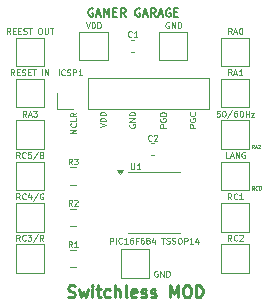
<source format=gbr>
%TF.GenerationSoftware,KiCad,Pcbnew,9.0.0*%
%TF.CreationDate,2026-02-19T11:36:58+01:00*%
%TF.ProjectId,SwitchlessMOD,53776974-6368-46c6-9573-734d4f442e6b,rev?*%
%TF.SameCoordinates,Original*%
%TF.FileFunction,Legend,Top*%
%TF.FilePolarity,Positive*%
%FSLAX46Y46*%
G04 Gerber Fmt 4.6, Leading zero omitted, Abs format (unit mm)*
G04 Created by KiCad (PCBNEW 9.0.0) date 2026-02-19 11:36:58*
%MOMM*%
%LPD*%
G01*
G04 APERTURE LIST*
%ADD10C,0.175000*%
%ADD11C,0.250000*%
%ADD12C,0.125000*%
%ADD13C,0.100000*%
%ADD14C,0.075000*%
%ADD15C,0.120000*%
G04 APERTURE END LIST*
D10*
X135948464Y-89838566D02*
X135881797Y-89805233D01*
X135881797Y-89805233D02*
X135781797Y-89805233D01*
X135781797Y-89805233D02*
X135681797Y-89838566D01*
X135681797Y-89838566D02*
X135615131Y-89905233D01*
X135615131Y-89905233D02*
X135581797Y-89971900D01*
X135581797Y-89971900D02*
X135548464Y-90105233D01*
X135548464Y-90105233D02*
X135548464Y-90205233D01*
X135548464Y-90205233D02*
X135581797Y-90338566D01*
X135581797Y-90338566D02*
X135615131Y-90405233D01*
X135615131Y-90405233D02*
X135681797Y-90471900D01*
X135681797Y-90471900D02*
X135781797Y-90505233D01*
X135781797Y-90505233D02*
X135848464Y-90505233D01*
X135848464Y-90505233D02*
X135948464Y-90471900D01*
X135948464Y-90471900D02*
X135981797Y-90438566D01*
X135981797Y-90438566D02*
X135981797Y-90205233D01*
X135981797Y-90205233D02*
X135848464Y-90205233D01*
X136248464Y-90305233D02*
X136581797Y-90305233D01*
X136181797Y-90505233D02*
X136415131Y-89805233D01*
X136415131Y-89805233D02*
X136648464Y-90505233D01*
X136881797Y-90505233D02*
X136881797Y-89805233D01*
X136881797Y-89805233D02*
X137115131Y-90305233D01*
X137115131Y-90305233D02*
X137348464Y-89805233D01*
X137348464Y-89805233D02*
X137348464Y-90505233D01*
X137681797Y-90138566D02*
X137915131Y-90138566D01*
X138015131Y-90505233D02*
X137681797Y-90505233D01*
X137681797Y-90505233D02*
X137681797Y-89805233D01*
X137681797Y-89805233D02*
X138015131Y-89805233D01*
X138715130Y-90505233D02*
X138481797Y-90171900D01*
X138315130Y-90505233D02*
X138315130Y-89805233D01*
X138315130Y-89805233D02*
X138581797Y-89805233D01*
X138581797Y-89805233D02*
X138648464Y-89838566D01*
X138648464Y-89838566D02*
X138681797Y-89871900D01*
X138681797Y-89871900D02*
X138715130Y-89938566D01*
X138715130Y-89938566D02*
X138715130Y-90038566D01*
X138715130Y-90038566D02*
X138681797Y-90105233D01*
X138681797Y-90105233D02*
X138648464Y-90138566D01*
X138648464Y-90138566D02*
X138581797Y-90171900D01*
X138581797Y-90171900D02*
X138315130Y-90171900D01*
X139915130Y-89838566D02*
X139848463Y-89805233D01*
X139848463Y-89805233D02*
X139748463Y-89805233D01*
X139748463Y-89805233D02*
X139648463Y-89838566D01*
X139648463Y-89838566D02*
X139581797Y-89905233D01*
X139581797Y-89905233D02*
X139548463Y-89971900D01*
X139548463Y-89971900D02*
X139515130Y-90105233D01*
X139515130Y-90105233D02*
X139515130Y-90205233D01*
X139515130Y-90205233D02*
X139548463Y-90338566D01*
X139548463Y-90338566D02*
X139581797Y-90405233D01*
X139581797Y-90405233D02*
X139648463Y-90471900D01*
X139648463Y-90471900D02*
X139748463Y-90505233D01*
X139748463Y-90505233D02*
X139815130Y-90505233D01*
X139815130Y-90505233D02*
X139915130Y-90471900D01*
X139915130Y-90471900D02*
X139948463Y-90438566D01*
X139948463Y-90438566D02*
X139948463Y-90205233D01*
X139948463Y-90205233D02*
X139815130Y-90205233D01*
X140215130Y-90305233D02*
X140548463Y-90305233D01*
X140148463Y-90505233D02*
X140381797Y-89805233D01*
X140381797Y-89805233D02*
X140615130Y-90505233D01*
X141248463Y-90505233D02*
X141015130Y-90171900D01*
X140848463Y-90505233D02*
X140848463Y-89805233D01*
X140848463Y-89805233D02*
X141115130Y-89805233D01*
X141115130Y-89805233D02*
X141181797Y-89838566D01*
X141181797Y-89838566D02*
X141215130Y-89871900D01*
X141215130Y-89871900D02*
X141248463Y-89938566D01*
X141248463Y-89938566D02*
X141248463Y-90038566D01*
X141248463Y-90038566D02*
X141215130Y-90105233D01*
X141215130Y-90105233D02*
X141181797Y-90138566D01*
X141181797Y-90138566D02*
X141115130Y-90171900D01*
X141115130Y-90171900D02*
X140848463Y-90171900D01*
X141515130Y-90305233D02*
X141848463Y-90305233D01*
X141448463Y-90505233D02*
X141681797Y-89805233D01*
X141681797Y-89805233D02*
X141915130Y-90505233D01*
X142515130Y-89838566D02*
X142448463Y-89805233D01*
X142448463Y-89805233D02*
X142348463Y-89805233D01*
X142348463Y-89805233D02*
X142248463Y-89838566D01*
X142248463Y-89838566D02*
X142181797Y-89905233D01*
X142181797Y-89905233D02*
X142148463Y-89971900D01*
X142148463Y-89971900D02*
X142115130Y-90105233D01*
X142115130Y-90105233D02*
X142115130Y-90205233D01*
X142115130Y-90205233D02*
X142148463Y-90338566D01*
X142148463Y-90338566D02*
X142181797Y-90405233D01*
X142181797Y-90405233D02*
X142248463Y-90471900D01*
X142248463Y-90471900D02*
X142348463Y-90505233D01*
X142348463Y-90505233D02*
X142415130Y-90505233D01*
X142415130Y-90505233D02*
X142515130Y-90471900D01*
X142515130Y-90471900D02*
X142548463Y-90438566D01*
X142548463Y-90438566D02*
X142548463Y-90205233D01*
X142548463Y-90205233D02*
X142415130Y-90205233D01*
X142848463Y-90138566D02*
X143081797Y-90138566D01*
X143181797Y-90505233D02*
X142848463Y-90505233D01*
X142848463Y-90505233D02*
X142848463Y-89805233D01*
X142848463Y-89805233D02*
X143181797Y-89805233D01*
D11*
X133854949Y-114217000D02*
X133997806Y-114264619D01*
X133997806Y-114264619D02*
X134235901Y-114264619D01*
X134235901Y-114264619D02*
X134331139Y-114217000D01*
X134331139Y-114217000D02*
X134378758Y-114169380D01*
X134378758Y-114169380D02*
X134426377Y-114074142D01*
X134426377Y-114074142D02*
X134426377Y-113978904D01*
X134426377Y-113978904D02*
X134378758Y-113883666D01*
X134378758Y-113883666D02*
X134331139Y-113836047D01*
X134331139Y-113836047D02*
X134235901Y-113788428D01*
X134235901Y-113788428D02*
X134045425Y-113740809D01*
X134045425Y-113740809D02*
X133950187Y-113693190D01*
X133950187Y-113693190D02*
X133902568Y-113645571D01*
X133902568Y-113645571D02*
X133854949Y-113550333D01*
X133854949Y-113550333D02*
X133854949Y-113455095D01*
X133854949Y-113455095D02*
X133902568Y-113359857D01*
X133902568Y-113359857D02*
X133950187Y-113312238D01*
X133950187Y-113312238D02*
X134045425Y-113264619D01*
X134045425Y-113264619D02*
X134283520Y-113264619D01*
X134283520Y-113264619D02*
X134426377Y-113312238D01*
X134759711Y-113597952D02*
X134950187Y-114264619D01*
X134950187Y-114264619D02*
X135140663Y-113788428D01*
X135140663Y-113788428D02*
X135331139Y-114264619D01*
X135331139Y-114264619D02*
X135521615Y-113597952D01*
X135902568Y-114264619D02*
X135902568Y-113597952D01*
X135902568Y-113264619D02*
X135854949Y-113312238D01*
X135854949Y-113312238D02*
X135902568Y-113359857D01*
X135902568Y-113359857D02*
X135950187Y-113312238D01*
X135950187Y-113312238D02*
X135902568Y-113264619D01*
X135902568Y-113264619D02*
X135902568Y-113359857D01*
X136235901Y-113597952D02*
X136616853Y-113597952D01*
X136378758Y-113264619D02*
X136378758Y-114121761D01*
X136378758Y-114121761D02*
X136426377Y-114217000D01*
X136426377Y-114217000D02*
X136521615Y-114264619D01*
X136521615Y-114264619D02*
X136616853Y-114264619D01*
X137378758Y-114217000D02*
X137283520Y-114264619D01*
X137283520Y-114264619D02*
X137093044Y-114264619D01*
X137093044Y-114264619D02*
X136997806Y-114217000D01*
X136997806Y-114217000D02*
X136950187Y-114169380D01*
X136950187Y-114169380D02*
X136902568Y-114074142D01*
X136902568Y-114074142D02*
X136902568Y-113788428D01*
X136902568Y-113788428D02*
X136950187Y-113693190D01*
X136950187Y-113693190D02*
X136997806Y-113645571D01*
X136997806Y-113645571D02*
X137093044Y-113597952D01*
X137093044Y-113597952D02*
X137283520Y-113597952D01*
X137283520Y-113597952D02*
X137378758Y-113645571D01*
X137807330Y-114264619D02*
X137807330Y-113264619D01*
X138235901Y-114264619D02*
X138235901Y-113740809D01*
X138235901Y-113740809D02*
X138188282Y-113645571D01*
X138188282Y-113645571D02*
X138093044Y-113597952D01*
X138093044Y-113597952D02*
X137950187Y-113597952D01*
X137950187Y-113597952D02*
X137854949Y-113645571D01*
X137854949Y-113645571D02*
X137807330Y-113693190D01*
X138854949Y-114264619D02*
X138759711Y-114217000D01*
X138759711Y-114217000D02*
X138712092Y-114121761D01*
X138712092Y-114121761D02*
X138712092Y-113264619D01*
X139616854Y-114217000D02*
X139521616Y-114264619D01*
X139521616Y-114264619D02*
X139331140Y-114264619D01*
X139331140Y-114264619D02*
X139235902Y-114217000D01*
X139235902Y-114217000D02*
X139188283Y-114121761D01*
X139188283Y-114121761D02*
X139188283Y-113740809D01*
X139188283Y-113740809D02*
X139235902Y-113645571D01*
X139235902Y-113645571D02*
X139331140Y-113597952D01*
X139331140Y-113597952D02*
X139521616Y-113597952D01*
X139521616Y-113597952D02*
X139616854Y-113645571D01*
X139616854Y-113645571D02*
X139664473Y-113740809D01*
X139664473Y-113740809D02*
X139664473Y-113836047D01*
X139664473Y-113836047D02*
X139188283Y-113931285D01*
X140045426Y-114217000D02*
X140140664Y-114264619D01*
X140140664Y-114264619D02*
X140331140Y-114264619D01*
X140331140Y-114264619D02*
X140426378Y-114217000D01*
X140426378Y-114217000D02*
X140473997Y-114121761D01*
X140473997Y-114121761D02*
X140473997Y-114074142D01*
X140473997Y-114074142D02*
X140426378Y-113978904D01*
X140426378Y-113978904D02*
X140331140Y-113931285D01*
X140331140Y-113931285D02*
X140188283Y-113931285D01*
X140188283Y-113931285D02*
X140093045Y-113883666D01*
X140093045Y-113883666D02*
X140045426Y-113788428D01*
X140045426Y-113788428D02*
X140045426Y-113740809D01*
X140045426Y-113740809D02*
X140093045Y-113645571D01*
X140093045Y-113645571D02*
X140188283Y-113597952D01*
X140188283Y-113597952D02*
X140331140Y-113597952D01*
X140331140Y-113597952D02*
X140426378Y-113645571D01*
X140854950Y-114217000D02*
X140950188Y-114264619D01*
X140950188Y-114264619D02*
X141140664Y-114264619D01*
X141140664Y-114264619D02*
X141235902Y-114217000D01*
X141235902Y-114217000D02*
X141283521Y-114121761D01*
X141283521Y-114121761D02*
X141283521Y-114074142D01*
X141283521Y-114074142D02*
X141235902Y-113978904D01*
X141235902Y-113978904D02*
X141140664Y-113931285D01*
X141140664Y-113931285D02*
X140997807Y-113931285D01*
X140997807Y-113931285D02*
X140902569Y-113883666D01*
X140902569Y-113883666D02*
X140854950Y-113788428D01*
X140854950Y-113788428D02*
X140854950Y-113740809D01*
X140854950Y-113740809D02*
X140902569Y-113645571D01*
X140902569Y-113645571D02*
X140997807Y-113597952D01*
X140997807Y-113597952D02*
X141140664Y-113597952D01*
X141140664Y-113597952D02*
X141235902Y-113645571D01*
X142473998Y-114264619D02*
X142473998Y-113264619D01*
X142473998Y-113264619D02*
X142807331Y-113978904D01*
X142807331Y-113978904D02*
X143140664Y-113264619D01*
X143140664Y-113264619D02*
X143140664Y-114264619D01*
X143807331Y-113264619D02*
X143997807Y-113264619D01*
X143997807Y-113264619D02*
X144093045Y-113312238D01*
X144093045Y-113312238D02*
X144188283Y-113407476D01*
X144188283Y-113407476D02*
X144235902Y-113597952D01*
X144235902Y-113597952D02*
X144235902Y-113931285D01*
X144235902Y-113931285D02*
X144188283Y-114121761D01*
X144188283Y-114121761D02*
X144093045Y-114217000D01*
X144093045Y-114217000D02*
X143997807Y-114264619D01*
X143997807Y-114264619D02*
X143807331Y-114264619D01*
X143807331Y-114264619D02*
X143712093Y-114217000D01*
X143712093Y-114217000D02*
X143616855Y-114121761D01*
X143616855Y-114121761D02*
X143569236Y-113931285D01*
X143569236Y-113931285D02*
X143569236Y-113597952D01*
X143569236Y-113597952D02*
X143616855Y-113407476D01*
X143616855Y-113407476D02*
X143712093Y-113312238D01*
X143712093Y-113312238D02*
X143807331Y-113264619D01*
X144664474Y-114264619D02*
X144664474Y-113264619D01*
X144664474Y-113264619D02*
X144902569Y-113264619D01*
X144902569Y-113264619D02*
X145045426Y-113312238D01*
X145045426Y-113312238D02*
X145140664Y-113407476D01*
X145140664Y-113407476D02*
X145188283Y-113502714D01*
X145188283Y-113502714D02*
X145235902Y-113693190D01*
X145235902Y-113693190D02*
X145235902Y-113836047D01*
X145235902Y-113836047D02*
X145188283Y-114026523D01*
X145188283Y-114026523D02*
X145140664Y-114121761D01*
X145140664Y-114121761D02*
X145045426Y-114217000D01*
X145045426Y-114217000D02*
X144902569Y-114264619D01*
X144902569Y-114264619D02*
X144664474Y-114264619D01*
D12*
X144632309Y-99898716D02*
X144132309Y-99898716D01*
X144132309Y-99898716D02*
X144132309Y-99708240D01*
X144132309Y-99708240D02*
X144156119Y-99660621D01*
X144156119Y-99660621D02*
X144179928Y-99636811D01*
X144179928Y-99636811D02*
X144227547Y-99613002D01*
X144227547Y-99613002D02*
X144298976Y-99613002D01*
X144298976Y-99613002D02*
X144346595Y-99636811D01*
X144346595Y-99636811D02*
X144370404Y-99660621D01*
X144370404Y-99660621D02*
X144394214Y-99708240D01*
X144394214Y-99708240D02*
X144394214Y-99898716D01*
X144156119Y-99136811D02*
X144132309Y-99184430D01*
X144132309Y-99184430D02*
X144132309Y-99255859D01*
X144132309Y-99255859D02*
X144156119Y-99327287D01*
X144156119Y-99327287D02*
X144203738Y-99374906D01*
X144203738Y-99374906D02*
X144251357Y-99398716D01*
X144251357Y-99398716D02*
X144346595Y-99422525D01*
X144346595Y-99422525D02*
X144418023Y-99422525D01*
X144418023Y-99422525D02*
X144513261Y-99398716D01*
X144513261Y-99398716D02*
X144560880Y-99374906D01*
X144560880Y-99374906D02*
X144608500Y-99327287D01*
X144608500Y-99327287D02*
X144632309Y-99255859D01*
X144632309Y-99255859D02*
X144632309Y-99208240D01*
X144632309Y-99208240D02*
X144608500Y-99136811D01*
X144608500Y-99136811D02*
X144584690Y-99113002D01*
X144584690Y-99113002D02*
X144418023Y-99113002D01*
X144418023Y-99113002D02*
X144418023Y-99208240D01*
X144584690Y-98613002D02*
X144608500Y-98636811D01*
X144608500Y-98636811D02*
X144632309Y-98708240D01*
X144632309Y-98708240D02*
X144632309Y-98755859D01*
X144632309Y-98755859D02*
X144608500Y-98827287D01*
X144608500Y-98827287D02*
X144560880Y-98874906D01*
X144560880Y-98874906D02*
X144513261Y-98898716D01*
X144513261Y-98898716D02*
X144418023Y-98922525D01*
X144418023Y-98922525D02*
X144346595Y-98922525D01*
X144346595Y-98922525D02*
X144251357Y-98898716D01*
X144251357Y-98898716D02*
X144203738Y-98874906D01*
X144203738Y-98874906D02*
X144156119Y-98827287D01*
X144156119Y-98827287D02*
X144132309Y-98755859D01*
X144132309Y-98755859D02*
X144132309Y-98708240D01*
X144132309Y-98708240D02*
X144156119Y-98636811D01*
X144156119Y-98636811D02*
X144179928Y-98613002D01*
X142132309Y-99898716D02*
X141632309Y-99898716D01*
X141632309Y-99898716D02*
X141632309Y-99708240D01*
X141632309Y-99708240D02*
X141656119Y-99660621D01*
X141656119Y-99660621D02*
X141679928Y-99636811D01*
X141679928Y-99636811D02*
X141727547Y-99613002D01*
X141727547Y-99613002D02*
X141798976Y-99613002D01*
X141798976Y-99613002D02*
X141846595Y-99636811D01*
X141846595Y-99636811D02*
X141870404Y-99660621D01*
X141870404Y-99660621D02*
X141894214Y-99708240D01*
X141894214Y-99708240D02*
X141894214Y-99898716D01*
X141656119Y-99136811D02*
X141632309Y-99184430D01*
X141632309Y-99184430D02*
X141632309Y-99255859D01*
X141632309Y-99255859D02*
X141656119Y-99327287D01*
X141656119Y-99327287D02*
X141703738Y-99374906D01*
X141703738Y-99374906D02*
X141751357Y-99398716D01*
X141751357Y-99398716D02*
X141846595Y-99422525D01*
X141846595Y-99422525D02*
X141918023Y-99422525D01*
X141918023Y-99422525D02*
X142013261Y-99398716D01*
X142013261Y-99398716D02*
X142060880Y-99374906D01*
X142060880Y-99374906D02*
X142108500Y-99327287D01*
X142108500Y-99327287D02*
X142132309Y-99255859D01*
X142132309Y-99255859D02*
X142132309Y-99208240D01*
X142132309Y-99208240D02*
X142108500Y-99136811D01*
X142108500Y-99136811D02*
X142084690Y-99113002D01*
X142084690Y-99113002D02*
X141918023Y-99113002D01*
X141918023Y-99113002D02*
X141918023Y-99208240D01*
X142132309Y-98898716D02*
X141632309Y-98898716D01*
X141632309Y-98898716D02*
X141632309Y-98779668D01*
X141632309Y-98779668D02*
X141656119Y-98708240D01*
X141656119Y-98708240D02*
X141703738Y-98660621D01*
X141703738Y-98660621D02*
X141751357Y-98636811D01*
X141751357Y-98636811D02*
X141846595Y-98613002D01*
X141846595Y-98613002D02*
X141918023Y-98613002D01*
X141918023Y-98613002D02*
X142013261Y-98636811D01*
X142013261Y-98636811D02*
X142060880Y-98660621D01*
X142060880Y-98660621D02*
X142108500Y-98708240D01*
X142108500Y-98708240D02*
X142132309Y-98779668D01*
X142132309Y-98779668D02*
X142132309Y-98898716D01*
D13*
X137384836Y-109733609D02*
X137384836Y-109233609D01*
X137384836Y-109233609D02*
X137575312Y-109233609D01*
X137575312Y-109233609D02*
X137622931Y-109257419D01*
X137622931Y-109257419D02*
X137646741Y-109281228D01*
X137646741Y-109281228D02*
X137670550Y-109328847D01*
X137670550Y-109328847D02*
X137670550Y-109400276D01*
X137670550Y-109400276D02*
X137646741Y-109447895D01*
X137646741Y-109447895D02*
X137622931Y-109471704D01*
X137622931Y-109471704D02*
X137575312Y-109495514D01*
X137575312Y-109495514D02*
X137384836Y-109495514D01*
X137884836Y-109733609D02*
X137884836Y-109233609D01*
X138408645Y-109685990D02*
X138384836Y-109709800D01*
X138384836Y-109709800D02*
X138313407Y-109733609D01*
X138313407Y-109733609D02*
X138265788Y-109733609D01*
X138265788Y-109733609D02*
X138194360Y-109709800D01*
X138194360Y-109709800D02*
X138146741Y-109662180D01*
X138146741Y-109662180D02*
X138122931Y-109614561D01*
X138122931Y-109614561D02*
X138099122Y-109519323D01*
X138099122Y-109519323D02*
X138099122Y-109447895D01*
X138099122Y-109447895D02*
X138122931Y-109352657D01*
X138122931Y-109352657D02*
X138146741Y-109305038D01*
X138146741Y-109305038D02*
X138194360Y-109257419D01*
X138194360Y-109257419D02*
X138265788Y-109233609D01*
X138265788Y-109233609D02*
X138313407Y-109233609D01*
X138313407Y-109233609D02*
X138384836Y-109257419D01*
X138384836Y-109257419D02*
X138408645Y-109281228D01*
X138884836Y-109733609D02*
X138599122Y-109733609D01*
X138741979Y-109733609D02*
X138741979Y-109233609D01*
X138741979Y-109233609D02*
X138694360Y-109305038D01*
X138694360Y-109305038D02*
X138646741Y-109352657D01*
X138646741Y-109352657D02*
X138599122Y-109376466D01*
X139313407Y-109233609D02*
X139218169Y-109233609D01*
X139218169Y-109233609D02*
X139170550Y-109257419D01*
X139170550Y-109257419D02*
X139146740Y-109281228D01*
X139146740Y-109281228D02*
X139099121Y-109352657D01*
X139099121Y-109352657D02*
X139075312Y-109447895D01*
X139075312Y-109447895D02*
X139075312Y-109638371D01*
X139075312Y-109638371D02*
X139099121Y-109685990D01*
X139099121Y-109685990D02*
X139122931Y-109709800D01*
X139122931Y-109709800D02*
X139170550Y-109733609D01*
X139170550Y-109733609D02*
X139265788Y-109733609D01*
X139265788Y-109733609D02*
X139313407Y-109709800D01*
X139313407Y-109709800D02*
X139337216Y-109685990D01*
X139337216Y-109685990D02*
X139361026Y-109638371D01*
X139361026Y-109638371D02*
X139361026Y-109519323D01*
X139361026Y-109519323D02*
X139337216Y-109471704D01*
X139337216Y-109471704D02*
X139313407Y-109447895D01*
X139313407Y-109447895D02*
X139265788Y-109424085D01*
X139265788Y-109424085D02*
X139170550Y-109424085D01*
X139170550Y-109424085D02*
X139122931Y-109447895D01*
X139122931Y-109447895D02*
X139099121Y-109471704D01*
X139099121Y-109471704D02*
X139075312Y-109519323D01*
X139741978Y-109471704D02*
X139575311Y-109471704D01*
X139575311Y-109733609D02*
X139575311Y-109233609D01*
X139575311Y-109233609D02*
X139813406Y-109233609D01*
X140218168Y-109233609D02*
X140122930Y-109233609D01*
X140122930Y-109233609D02*
X140075311Y-109257419D01*
X140075311Y-109257419D02*
X140051501Y-109281228D01*
X140051501Y-109281228D02*
X140003882Y-109352657D01*
X140003882Y-109352657D02*
X139980073Y-109447895D01*
X139980073Y-109447895D02*
X139980073Y-109638371D01*
X139980073Y-109638371D02*
X140003882Y-109685990D01*
X140003882Y-109685990D02*
X140027692Y-109709800D01*
X140027692Y-109709800D02*
X140075311Y-109733609D01*
X140075311Y-109733609D02*
X140170549Y-109733609D01*
X140170549Y-109733609D02*
X140218168Y-109709800D01*
X140218168Y-109709800D02*
X140241977Y-109685990D01*
X140241977Y-109685990D02*
X140265787Y-109638371D01*
X140265787Y-109638371D02*
X140265787Y-109519323D01*
X140265787Y-109519323D02*
X140241977Y-109471704D01*
X140241977Y-109471704D02*
X140218168Y-109447895D01*
X140218168Y-109447895D02*
X140170549Y-109424085D01*
X140170549Y-109424085D02*
X140075311Y-109424085D01*
X140075311Y-109424085D02*
X140027692Y-109447895D01*
X140027692Y-109447895D02*
X140003882Y-109471704D01*
X140003882Y-109471704D02*
X139980073Y-109519323D01*
X140551501Y-109447895D02*
X140503882Y-109424085D01*
X140503882Y-109424085D02*
X140480072Y-109400276D01*
X140480072Y-109400276D02*
X140456263Y-109352657D01*
X140456263Y-109352657D02*
X140456263Y-109328847D01*
X140456263Y-109328847D02*
X140480072Y-109281228D01*
X140480072Y-109281228D02*
X140503882Y-109257419D01*
X140503882Y-109257419D02*
X140551501Y-109233609D01*
X140551501Y-109233609D02*
X140646739Y-109233609D01*
X140646739Y-109233609D02*
X140694358Y-109257419D01*
X140694358Y-109257419D02*
X140718167Y-109281228D01*
X140718167Y-109281228D02*
X140741977Y-109328847D01*
X140741977Y-109328847D02*
X140741977Y-109352657D01*
X140741977Y-109352657D02*
X140718167Y-109400276D01*
X140718167Y-109400276D02*
X140694358Y-109424085D01*
X140694358Y-109424085D02*
X140646739Y-109447895D01*
X140646739Y-109447895D02*
X140551501Y-109447895D01*
X140551501Y-109447895D02*
X140503882Y-109471704D01*
X140503882Y-109471704D02*
X140480072Y-109495514D01*
X140480072Y-109495514D02*
X140456263Y-109543133D01*
X140456263Y-109543133D02*
X140456263Y-109638371D01*
X140456263Y-109638371D02*
X140480072Y-109685990D01*
X140480072Y-109685990D02*
X140503882Y-109709800D01*
X140503882Y-109709800D02*
X140551501Y-109733609D01*
X140551501Y-109733609D02*
X140646739Y-109733609D01*
X140646739Y-109733609D02*
X140694358Y-109709800D01*
X140694358Y-109709800D02*
X140718167Y-109685990D01*
X140718167Y-109685990D02*
X140741977Y-109638371D01*
X140741977Y-109638371D02*
X140741977Y-109543133D01*
X140741977Y-109543133D02*
X140718167Y-109495514D01*
X140718167Y-109495514D02*
X140694358Y-109471704D01*
X140694358Y-109471704D02*
X140646739Y-109447895D01*
X141170548Y-109400276D02*
X141170548Y-109733609D01*
X141051500Y-109209800D02*
X140932453Y-109566942D01*
X140932453Y-109566942D02*
X141241976Y-109566942D01*
X141741976Y-109233609D02*
X142027690Y-109233609D01*
X141884833Y-109733609D02*
X141884833Y-109233609D01*
X142170547Y-109709800D02*
X142241975Y-109733609D01*
X142241975Y-109733609D02*
X142361023Y-109733609D01*
X142361023Y-109733609D02*
X142408642Y-109709800D01*
X142408642Y-109709800D02*
X142432451Y-109685990D01*
X142432451Y-109685990D02*
X142456261Y-109638371D01*
X142456261Y-109638371D02*
X142456261Y-109590752D01*
X142456261Y-109590752D02*
X142432451Y-109543133D01*
X142432451Y-109543133D02*
X142408642Y-109519323D01*
X142408642Y-109519323D02*
X142361023Y-109495514D01*
X142361023Y-109495514D02*
X142265785Y-109471704D01*
X142265785Y-109471704D02*
X142218166Y-109447895D01*
X142218166Y-109447895D02*
X142194356Y-109424085D01*
X142194356Y-109424085D02*
X142170547Y-109376466D01*
X142170547Y-109376466D02*
X142170547Y-109328847D01*
X142170547Y-109328847D02*
X142194356Y-109281228D01*
X142194356Y-109281228D02*
X142218166Y-109257419D01*
X142218166Y-109257419D02*
X142265785Y-109233609D01*
X142265785Y-109233609D02*
X142384832Y-109233609D01*
X142384832Y-109233609D02*
X142456261Y-109257419D01*
X142646737Y-109709800D02*
X142718165Y-109733609D01*
X142718165Y-109733609D02*
X142837213Y-109733609D01*
X142837213Y-109733609D02*
X142884832Y-109709800D01*
X142884832Y-109709800D02*
X142908641Y-109685990D01*
X142908641Y-109685990D02*
X142932451Y-109638371D01*
X142932451Y-109638371D02*
X142932451Y-109590752D01*
X142932451Y-109590752D02*
X142908641Y-109543133D01*
X142908641Y-109543133D02*
X142884832Y-109519323D01*
X142884832Y-109519323D02*
X142837213Y-109495514D01*
X142837213Y-109495514D02*
X142741975Y-109471704D01*
X142741975Y-109471704D02*
X142694356Y-109447895D01*
X142694356Y-109447895D02*
X142670546Y-109424085D01*
X142670546Y-109424085D02*
X142646737Y-109376466D01*
X142646737Y-109376466D02*
X142646737Y-109328847D01*
X142646737Y-109328847D02*
X142670546Y-109281228D01*
X142670546Y-109281228D02*
X142694356Y-109257419D01*
X142694356Y-109257419D02*
X142741975Y-109233609D01*
X142741975Y-109233609D02*
X142861022Y-109233609D01*
X142861022Y-109233609D02*
X142932451Y-109257419D01*
X143241974Y-109233609D02*
X143337212Y-109233609D01*
X143337212Y-109233609D02*
X143384831Y-109257419D01*
X143384831Y-109257419D02*
X143432450Y-109305038D01*
X143432450Y-109305038D02*
X143456260Y-109400276D01*
X143456260Y-109400276D02*
X143456260Y-109566942D01*
X143456260Y-109566942D02*
X143432450Y-109662180D01*
X143432450Y-109662180D02*
X143384831Y-109709800D01*
X143384831Y-109709800D02*
X143337212Y-109733609D01*
X143337212Y-109733609D02*
X143241974Y-109733609D01*
X143241974Y-109733609D02*
X143194355Y-109709800D01*
X143194355Y-109709800D02*
X143146736Y-109662180D01*
X143146736Y-109662180D02*
X143122927Y-109566942D01*
X143122927Y-109566942D02*
X143122927Y-109400276D01*
X143122927Y-109400276D02*
X143146736Y-109305038D01*
X143146736Y-109305038D02*
X143194355Y-109257419D01*
X143194355Y-109257419D02*
X143241974Y-109233609D01*
X143670546Y-109733609D02*
X143670546Y-109233609D01*
X143670546Y-109233609D02*
X143861022Y-109233609D01*
X143861022Y-109233609D02*
X143908641Y-109257419D01*
X143908641Y-109257419D02*
X143932451Y-109281228D01*
X143932451Y-109281228D02*
X143956260Y-109328847D01*
X143956260Y-109328847D02*
X143956260Y-109400276D01*
X143956260Y-109400276D02*
X143932451Y-109447895D01*
X143932451Y-109447895D02*
X143908641Y-109471704D01*
X143908641Y-109471704D02*
X143861022Y-109495514D01*
X143861022Y-109495514D02*
X143670546Y-109495514D01*
X144432451Y-109733609D02*
X144146737Y-109733609D01*
X144289594Y-109733609D02*
X144289594Y-109233609D01*
X144289594Y-109233609D02*
X144241975Y-109305038D01*
X144241975Y-109305038D02*
X144194356Y-109352657D01*
X144194356Y-109352657D02*
X144146737Y-109376466D01*
X144861022Y-109400276D02*
X144861022Y-109733609D01*
X144741974Y-109209800D02*
X144622927Y-109566942D01*
X144622927Y-109566942D02*
X144932450Y-109566942D01*
D12*
X134532309Y-100398716D02*
X134032309Y-100398716D01*
X134032309Y-100398716D02*
X134389452Y-100232049D01*
X134389452Y-100232049D02*
X134032309Y-100065383D01*
X134032309Y-100065383D02*
X134532309Y-100065383D01*
X134484690Y-99541573D02*
X134508500Y-99565382D01*
X134508500Y-99565382D02*
X134532309Y-99636811D01*
X134532309Y-99636811D02*
X134532309Y-99684430D01*
X134532309Y-99684430D02*
X134508500Y-99755858D01*
X134508500Y-99755858D02*
X134460880Y-99803477D01*
X134460880Y-99803477D02*
X134413261Y-99827287D01*
X134413261Y-99827287D02*
X134318023Y-99851096D01*
X134318023Y-99851096D02*
X134246595Y-99851096D01*
X134246595Y-99851096D02*
X134151357Y-99827287D01*
X134151357Y-99827287D02*
X134103738Y-99803477D01*
X134103738Y-99803477D02*
X134056119Y-99755858D01*
X134056119Y-99755858D02*
X134032309Y-99684430D01*
X134032309Y-99684430D02*
X134032309Y-99636811D01*
X134032309Y-99636811D02*
X134056119Y-99565382D01*
X134056119Y-99565382D02*
X134079928Y-99541573D01*
X134532309Y-99089192D02*
X134532309Y-99327287D01*
X134532309Y-99327287D02*
X134032309Y-99327287D01*
X134532309Y-98636811D02*
X134294214Y-98803477D01*
X134532309Y-98922525D02*
X134032309Y-98922525D01*
X134032309Y-98922525D02*
X134032309Y-98732049D01*
X134032309Y-98732049D02*
X134056119Y-98684430D01*
X134056119Y-98684430D02*
X134079928Y-98660620D01*
X134079928Y-98660620D02*
X134127547Y-98636811D01*
X134127547Y-98636811D02*
X134198976Y-98636811D01*
X134198976Y-98636811D02*
X134246595Y-98660620D01*
X134246595Y-98660620D02*
X134270404Y-98684430D01*
X134270404Y-98684430D02*
X134294214Y-98732049D01*
X134294214Y-98732049D02*
X134294214Y-98922525D01*
D14*
X149592199Y-105159385D02*
X149492199Y-105016528D01*
X149420770Y-105159385D02*
X149420770Y-104859385D01*
X149420770Y-104859385D02*
X149535056Y-104859385D01*
X149535056Y-104859385D02*
X149563627Y-104873671D01*
X149563627Y-104873671D02*
X149577913Y-104887957D01*
X149577913Y-104887957D02*
X149592199Y-104916528D01*
X149592199Y-104916528D02*
X149592199Y-104959385D01*
X149592199Y-104959385D02*
X149577913Y-104987957D01*
X149577913Y-104987957D02*
X149563627Y-105002242D01*
X149563627Y-105002242D02*
X149535056Y-105016528D01*
X149535056Y-105016528D02*
X149420770Y-105016528D01*
X149892199Y-105130814D02*
X149877913Y-105145100D01*
X149877913Y-105145100D02*
X149835056Y-105159385D01*
X149835056Y-105159385D02*
X149806484Y-105159385D01*
X149806484Y-105159385D02*
X149763627Y-105145100D01*
X149763627Y-105145100D02*
X149735056Y-105116528D01*
X149735056Y-105116528D02*
X149720770Y-105087957D01*
X149720770Y-105087957D02*
X149706484Y-105030814D01*
X149706484Y-105030814D02*
X149706484Y-104987957D01*
X149706484Y-104987957D02*
X149720770Y-104930814D01*
X149720770Y-104930814D02*
X149735056Y-104902242D01*
X149735056Y-104902242D02*
X149763627Y-104873671D01*
X149763627Y-104873671D02*
X149806484Y-104859385D01*
X149806484Y-104859385D02*
X149835056Y-104859385D01*
X149835056Y-104859385D02*
X149877913Y-104873671D01*
X149877913Y-104873671D02*
X149892199Y-104887957D01*
X150077913Y-104859385D02*
X150106484Y-104859385D01*
X150106484Y-104859385D02*
X150135056Y-104873671D01*
X150135056Y-104873671D02*
X150149342Y-104887957D01*
X150149342Y-104887957D02*
X150163627Y-104916528D01*
X150163627Y-104916528D02*
X150177913Y-104973671D01*
X150177913Y-104973671D02*
X150177913Y-105045100D01*
X150177913Y-105045100D02*
X150163627Y-105102242D01*
X150163627Y-105102242D02*
X150149342Y-105130814D01*
X150149342Y-105130814D02*
X150135056Y-105145100D01*
X150135056Y-105145100D02*
X150106484Y-105159385D01*
X150106484Y-105159385D02*
X150077913Y-105159385D01*
X150077913Y-105159385D02*
X150049342Y-105145100D01*
X150049342Y-105145100D02*
X150035056Y-105130814D01*
X150035056Y-105130814D02*
X150020770Y-105102242D01*
X150020770Y-105102242D02*
X150006484Y-105045100D01*
X150006484Y-105045100D02*
X150006484Y-104973671D01*
X150006484Y-104973671D02*
X150020770Y-104916528D01*
X150020770Y-104916528D02*
X150035056Y-104887957D01*
X150035056Y-104887957D02*
X150049342Y-104873671D01*
X150049342Y-104873671D02*
X150077913Y-104859385D01*
D12*
X139056119Y-99636811D02*
X139032309Y-99684430D01*
X139032309Y-99684430D02*
X139032309Y-99755859D01*
X139032309Y-99755859D02*
X139056119Y-99827287D01*
X139056119Y-99827287D02*
X139103738Y-99874906D01*
X139103738Y-99874906D02*
X139151357Y-99898716D01*
X139151357Y-99898716D02*
X139246595Y-99922525D01*
X139246595Y-99922525D02*
X139318023Y-99922525D01*
X139318023Y-99922525D02*
X139413261Y-99898716D01*
X139413261Y-99898716D02*
X139460880Y-99874906D01*
X139460880Y-99874906D02*
X139508500Y-99827287D01*
X139508500Y-99827287D02*
X139532309Y-99755859D01*
X139532309Y-99755859D02*
X139532309Y-99708240D01*
X139532309Y-99708240D02*
X139508500Y-99636811D01*
X139508500Y-99636811D02*
X139484690Y-99613002D01*
X139484690Y-99613002D02*
X139318023Y-99613002D01*
X139318023Y-99613002D02*
X139318023Y-99708240D01*
X139532309Y-99398716D02*
X139032309Y-99398716D01*
X139032309Y-99398716D02*
X139532309Y-99113002D01*
X139532309Y-99113002D02*
X139032309Y-99113002D01*
X139532309Y-98874906D02*
X139032309Y-98874906D01*
X139032309Y-98874906D02*
X139032309Y-98755858D01*
X139032309Y-98755858D02*
X139056119Y-98684430D01*
X139056119Y-98684430D02*
X139103738Y-98636811D01*
X139103738Y-98636811D02*
X139151357Y-98613001D01*
X139151357Y-98613001D02*
X139246595Y-98589192D01*
X139246595Y-98589192D02*
X139318023Y-98589192D01*
X139318023Y-98589192D02*
X139413261Y-98613001D01*
X139413261Y-98613001D02*
X139460880Y-98636811D01*
X139460880Y-98636811D02*
X139508500Y-98684430D01*
X139508500Y-98684430D02*
X139532309Y-98755858D01*
X139532309Y-98755858D02*
X139532309Y-98874906D01*
X136532309Y-99870144D02*
X137032309Y-99703478D01*
X137032309Y-99703478D02*
X136532309Y-99536811D01*
X137032309Y-99370145D02*
X136532309Y-99370145D01*
X136532309Y-99370145D02*
X136532309Y-99251097D01*
X136532309Y-99251097D02*
X136556119Y-99179669D01*
X136556119Y-99179669D02*
X136603738Y-99132050D01*
X136603738Y-99132050D02*
X136651357Y-99108240D01*
X136651357Y-99108240D02*
X136746595Y-99084431D01*
X136746595Y-99084431D02*
X136818023Y-99084431D01*
X136818023Y-99084431D02*
X136913261Y-99108240D01*
X136913261Y-99108240D02*
X136960880Y-99132050D01*
X136960880Y-99132050D02*
X137008500Y-99179669D01*
X137008500Y-99179669D02*
X137032309Y-99251097D01*
X137032309Y-99251097D02*
X137032309Y-99370145D01*
X137032309Y-98870145D02*
X136532309Y-98870145D01*
X136532309Y-98870145D02*
X136532309Y-98751097D01*
X136532309Y-98751097D02*
X136556119Y-98679669D01*
X136556119Y-98679669D02*
X136603738Y-98632050D01*
X136603738Y-98632050D02*
X136651357Y-98608240D01*
X136651357Y-98608240D02*
X136746595Y-98584431D01*
X136746595Y-98584431D02*
X136818023Y-98584431D01*
X136818023Y-98584431D02*
X136913261Y-98608240D01*
X136913261Y-98608240D02*
X136960880Y-98632050D01*
X136960880Y-98632050D02*
X137008500Y-98679669D01*
X137008500Y-98679669D02*
X137032309Y-98751097D01*
X137032309Y-98751097D02*
X137032309Y-98870145D01*
D14*
X149592199Y-101659385D02*
X149492199Y-101516528D01*
X149420770Y-101659385D02*
X149420770Y-101359385D01*
X149420770Y-101359385D02*
X149535056Y-101359385D01*
X149535056Y-101359385D02*
X149563627Y-101373671D01*
X149563627Y-101373671D02*
X149577913Y-101387957D01*
X149577913Y-101387957D02*
X149592199Y-101416528D01*
X149592199Y-101416528D02*
X149592199Y-101459385D01*
X149592199Y-101459385D02*
X149577913Y-101487957D01*
X149577913Y-101487957D02*
X149563627Y-101502242D01*
X149563627Y-101502242D02*
X149535056Y-101516528D01*
X149535056Y-101516528D02*
X149420770Y-101516528D01*
X149706484Y-101573671D02*
X149849342Y-101573671D01*
X149677913Y-101659385D02*
X149777913Y-101359385D01*
X149777913Y-101359385D02*
X149877913Y-101659385D01*
X149963627Y-101387957D02*
X149977913Y-101373671D01*
X149977913Y-101373671D02*
X150006485Y-101359385D01*
X150006485Y-101359385D02*
X150077913Y-101359385D01*
X150077913Y-101359385D02*
X150106485Y-101373671D01*
X150106485Y-101373671D02*
X150120770Y-101387957D01*
X150120770Y-101387957D02*
X150135056Y-101416528D01*
X150135056Y-101416528D02*
X150135056Y-101445100D01*
X150135056Y-101445100D02*
X150120770Y-101487957D01*
X150120770Y-101487957D02*
X149949342Y-101659385D01*
X149949342Y-101659385D02*
X150135056Y-101659385D01*
D12*
X129754761Y-105974809D02*
X129588095Y-105736714D01*
X129469047Y-105974809D02*
X129469047Y-105474809D01*
X129469047Y-105474809D02*
X129659523Y-105474809D01*
X129659523Y-105474809D02*
X129707142Y-105498619D01*
X129707142Y-105498619D02*
X129730952Y-105522428D01*
X129730952Y-105522428D02*
X129754761Y-105570047D01*
X129754761Y-105570047D02*
X129754761Y-105641476D01*
X129754761Y-105641476D02*
X129730952Y-105689095D01*
X129730952Y-105689095D02*
X129707142Y-105712904D01*
X129707142Y-105712904D02*
X129659523Y-105736714D01*
X129659523Y-105736714D02*
X129469047Y-105736714D01*
X130254761Y-105927190D02*
X130230952Y-105951000D01*
X130230952Y-105951000D02*
X130159523Y-105974809D01*
X130159523Y-105974809D02*
X130111904Y-105974809D01*
X130111904Y-105974809D02*
X130040476Y-105951000D01*
X130040476Y-105951000D02*
X129992857Y-105903380D01*
X129992857Y-105903380D02*
X129969047Y-105855761D01*
X129969047Y-105855761D02*
X129945238Y-105760523D01*
X129945238Y-105760523D02*
X129945238Y-105689095D01*
X129945238Y-105689095D02*
X129969047Y-105593857D01*
X129969047Y-105593857D02*
X129992857Y-105546238D01*
X129992857Y-105546238D02*
X130040476Y-105498619D01*
X130040476Y-105498619D02*
X130111904Y-105474809D01*
X130111904Y-105474809D02*
X130159523Y-105474809D01*
X130159523Y-105474809D02*
X130230952Y-105498619D01*
X130230952Y-105498619D02*
X130254761Y-105522428D01*
X130683333Y-105641476D02*
X130683333Y-105974809D01*
X130564285Y-105451000D02*
X130445238Y-105808142D01*
X130445238Y-105808142D02*
X130754761Y-105808142D01*
X131302380Y-105451000D02*
X130873809Y-106093857D01*
X131730952Y-105498619D02*
X131683333Y-105474809D01*
X131683333Y-105474809D02*
X131611904Y-105474809D01*
X131611904Y-105474809D02*
X131540476Y-105498619D01*
X131540476Y-105498619D02*
X131492857Y-105546238D01*
X131492857Y-105546238D02*
X131469047Y-105593857D01*
X131469047Y-105593857D02*
X131445238Y-105689095D01*
X131445238Y-105689095D02*
X131445238Y-105760523D01*
X131445238Y-105760523D02*
X131469047Y-105855761D01*
X131469047Y-105855761D02*
X131492857Y-105903380D01*
X131492857Y-105903380D02*
X131540476Y-105951000D01*
X131540476Y-105951000D02*
X131611904Y-105974809D01*
X131611904Y-105974809D02*
X131659523Y-105974809D01*
X131659523Y-105974809D02*
X131730952Y-105951000D01*
X131730952Y-105951000D02*
X131754761Y-105927190D01*
X131754761Y-105927190D02*
X131754761Y-105760523D01*
X131754761Y-105760523D02*
X131659523Y-105760523D01*
X140916666Y-100977190D02*
X140892857Y-101001000D01*
X140892857Y-101001000D02*
X140821428Y-101024809D01*
X140821428Y-101024809D02*
X140773809Y-101024809D01*
X140773809Y-101024809D02*
X140702381Y-101001000D01*
X140702381Y-101001000D02*
X140654762Y-100953380D01*
X140654762Y-100953380D02*
X140630952Y-100905761D01*
X140630952Y-100905761D02*
X140607143Y-100810523D01*
X140607143Y-100810523D02*
X140607143Y-100739095D01*
X140607143Y-100739095D02*
X140630952Y-100643857D01*
X140630952Y-100643857D02*
X140654762Y-100596238D01*
X140654762Y-100596238D02*
X140702381Y-100548619D01*
X140702381Y-100548619D02*
X140773809Y-100524809D01*
X140773809Y-100524809D02*
X140821428Y-100524809D01*
X140821428Y-100524809D02*
X140892857Y-100548619D01*
X140892857Y-100548619D02*
X140916666Y-100572428D01*
X141107143Y-100572428D02*
X141130952Y-100548619D01*
X141130952Y-100548619D02*
X141178571Y-100524809D01*
X141178571Y-100524809D02*
X141297619Y-100524809D01*
X141297619Y-100524809D02*
X141345238Y-100548619D01*
X141345238Y-100548619D02*
X141369047Y-100572428D01*
X141369047Y-100572428D02*
X141392857Y-100620047D01*
X141392857Y-100620047D02*
X141392857Y-100667666D01*
X141392857Y-100667666D02*
X141369047Y-100739095D01*
X141369047Y-100739095D02*
X141083333Y-101024809D01*
X141083333Y-101024809D02*
X141392857Y-101024809D01*
X141409047Y-112048619D02*
X141361428Y-112024809D01*
X141361428Y-112024809D02*
X141289999Y-112024809D01*
X141289999Y-112024809D02*
X141218571Y-112048619D01*
X141218571Y-112048619D02*
X141170952Y-112096238D01*
X141170952Y-112096238D02*
X141147142Y-112143857D01*
X141147142Y-112143857D02*
X141123333Y-112239095D01*
X141123333Y-112239095D02*
X141123333Y-112310523D01*
X141123333Y-112310523D02*
X141147142Y-112405761D01*
X141147142Y-112405761D02*
X141170952Y-112453380D01*
X141170952Y-112453380D02*
X141218571Y-112501000D01*
X141218571Y-112501000D02*
X141289999Y-112524809D01*
X141289999Y-112524809D02*
X141337618Y-112524809D01*
X141337618Y-112524809D02*
X141409047Y-112501000D01*
X141409047Y-112501000D02*
X141432856Y-112477190D01*
X141432856Y-112477190D02*
X141432856Y-112310523D01*
X141432856Y-112310523D02*
X141337618Y-112310523D01*
X141647142Y-112524809D02*
X141647142Y-112024809D01*
X141647142Y-112024809D02*
X141932856Y-112524809D01*
X141932856Y-112524809D02*
X141932856Y-112024809D01*
X142170952Y-112524809D02*
X142170952Y-112024809D01*
X142170952Y-112024809D02*
X142290000Y-112024809D01*
X142290000Y-112024809D02*
X142361428Y-112048619D01*
X142361428Y-112048619D02*
X142409047Y-112096238D01*
X142409047Y-112096238D02*
X142432857Y-112143857D01*
X142432857Y-112143857D02*
X142456666Y-112239095D01*
X142456666Y-112239095D02*
X142456666Y-112310523D01*
X142456666Y-112310523D02*
X142432857Y-112405761D01*
X142432857Y-112405761D02*
X142409047Y-112453380D01*
X142409047Y-112453380D02*
X142361428Y-112501000D01*
X142361428Y-112501000D02*
X142290000Y-112524809D01*
X142290000Y-112524809D02*
X142170952Y-112524809D01*
X129302381Y-95474809D02*
X129135715Y-95236714D01*
X129016667Y-95474809D02*
X129016667Y-94974809D01*
X129016667Y-94974809D02*
X129207143Y-94974809D01*
X129207143Y-94974809D02*
X129254762Y-94998619D01*
X129254762Y-94998619D02*
X129278572Y-95022428D01*
X129278572Y-95022428D02*
X129302381Y-95070047D01*
X129302381Y-95070047D02*
X129302381Y-95141476D01*
X129302381Y-95141476D02*
X129278572Y-95189095D01*
X129278572Y-95189095D02*
X129254762Y-95212904D01*
X129254762Y-95212904D02*
X129207143Y-95236714D01*
X129207143Y-95236714D02*
X129016667Y-95236714D01*
X129516667Y-95212904D02*
X129683334Y-95212904D01*
X129754762Y-95474809D02*
X129516667Y-95474809D01*
X129516667Y-95474809D02*
X129516667Y-94974809D01*
X129516667Y-94974809D02*
X129754762Y-94974809D01*
X129945239Y-95451000D02*
X130016667Y-95474809D01*
X130016667Y-95474809D02*
X130135715Y-95474809D01*
X130135715Y-95474809D02*
X130183334Y-95451000D01*
X130183334Y-95451000D02*
X130207143Y-95427190D01*
X130207143Y-95427190D02*
X130230953Y-95379571D01*
X130230953Y-95379571D02*
X130230953Y-95331952D01*
X130230953Y-95331952D02*
X130207143Y-95284333D01*
X130207143Y-95284333D02*
X130183334Y-95260523D01*
X130183334Y-95260523D02*
X130135715Y-95236714D01*
X130135715Y-95236714D02*
X130040477Y-95212904D01*
X130040477Y-95212904D02*
X129992858Y-95189095D01*
X129992858Y-95189095D02*
X129969048Y-95165285D01*
X129969048Y-95165285D02*
X129945239Y-95117666D01*
X129945239Y-95117666D02*
X129945239Y-95070047D01*
X129945239Y-95070047D02*
X129969048Y-95022428D01*
X129969048Y-95022428D02*
X129992858Y-94998619D01*
X129992858Y-94998619D02*
X130040477Y-94974809D01*
X130040477Y-94974809D02*
X130159524Y-94974809D01*
X130159524Y-94974809D02*
X130230953Y-94998619D01*
X130445238Y-95212904D02*
X130611905Y-95212904D01*
X130683333Y-95474809D02*
X130445238Y-95474809D01*
X130445238Y-95474809D02*
X130445238Y-94974809D01*
X130445238Y-94974809D02*
X130683333Y-94974809D01*
X130826191Y-94974809D02*
X131111905Y-94974809D01*
X130969048Y-95474809D02*
X130969048Y-94974809D01*
X131659523Y-95474809D02*
X131659523Y-94974809D01*
X131897618Y-95474809D02*
X131897618Y-94974809D01*
X131897618Y-94974809D02*
X132183332Y-95474809D01*
X132183332Y-95474809D02*
X132183332Y-94974809D01*
X129754761Y-109474809D02*
X129588095Y-109236714D01*
X129469047Y-109474809D02*
X129469047Y-108974809D01*
X129469047Y-108974809D02*
X129659523Y-108974809D01*
X129659523Y-108974809D02*
X129707142Y-108998619D01*
X129707142Y-108998619D02*
X129730952Y-109022428D01*
X129730952Y-109022428D02*
X129754761Y-109070047D01*
X129754761Y-109070047D02*
X129754761Y-109141476D01*
X129754761Y-109141476D02*
X129730952Y-109189095D01*
X129730952Y-109189095D02*
X129707142Y-109212904D01*
X129707142Y-109212904D02*
X129659523Y-109236714D01*
X129659523Y-109236714D02*
X129469047Y-109236714D01*
X130254761Y-109427190D02*
X130230952Y-109451000D01*
X130230952Y-109451000D02*
X130159523Y-109474809D01*
X130159523Y-109474809D02*
X130111904Y-109474809D01*
X130111904Y-109474809D02*
X130040476Y-109451000D01*
X130040476Y-109451000D02*
X129992857Y-109403380D01*
X129992857Y-109403380D02*
X129969047Y-109355761D01*
X129969047Y-109355761D02*
X129945238Y-109260523D01*
X129945238Y-109260523D02*
X129945238Y-109189095D01*
X129945238Y-109189095D02*
X129969047Y-109093857D01*
X129969047Y-109093857D02*
X129992857Y-109046238D01*
X129992857Y-109046238D02*
X130040476Y-108998619D01*
X130040476Y-108998619D02*
X130111904Y-108974809D01*
X130111904Y-108974809D02*
X130159523Y-108974809D01*
X130159523Y-108974809D02*
X130230952Y-108998619D01*
X130230952Y-108998619D02*
X130254761Y-109022428D01*
X130421428Y-108974809D02*
X130730952Y-108974809D01*
X130730952Y-108974809D02*
X130564285Y-109165285D01*
X130564285Y-109165285D02*
X130635714Y-109165285D01*
X130635714Y-109165285D02*
X130683333Y-109189095D01*
X130683333Y-109189095D02*
X130707142Y-109212904D01*
X130707142Y-109212904D02*
X130730952Y-109260523D01*
X130730952Y-109260523D02*
X130730952Y-109379571D01*
X130730952Y-109379571D02*
X130707142Y-109427190D01*
X130707142Y-109427190D02*
X130683333Y-109451000D01*
X130683333Y-109451000D02*
X130635714Y-109474809D01*
X130635714Y-109474809D02*
X130492857Y-109474809D01*
X130492857Y-109474809D02*
X130445238Y-109451000D01*
X130445238Y-109451000D02*
X130421428Y-109427190D01*
X131302380Y-108951000D02*
X130873809Y-109593857D01*
X131754761Y-109474809D02*
X131588095Y-109236714D01*
X131469047Y-109474809D02*
X131469047Y-108974809D01*
X131469047Y-108974809D02*
X131659523Y-108974809D01*
X131659523Y-108974809D02*
X131707142Y-108998619D01*
X131707142Y-108998619D02*
X131730952Y-109022428D01*
X131730952Y-109022428D02*
X131754761Y-109070047D01*
X131754761Y-109070047D02*
X131754761Y-109141476D01*
X131754761Y-109141476D02*
X131730952Y-109189095D01*
X131730952Y-109189095D02*
X131707142Y-109212904D01*
X131707142Y-109212904D02*
X131659523Y-109236714D01*
X131659523Y-109236714D02*
X131469047Y-109236714D01*
X147702381Y-95474809D02*
X147535715Y-95236714D01*
X147416667Y-95474809D02*
X147416667Y-94974809D01*
X147416667Y-94974809D02*
X147607143Y-94974809D01*
X147607143Y-94974809D02*
X147654762Y-94998619D01*
X147654762Y-94998619D02*
X147678572Y-95022428D01*
X147678572Y-95022428D02*
X147702381Y-95070047D01*
X147702381Y-95070047D02*
X147702381Y-95141476D01*
X147702381Y-95141476D02*
X147678572Y-95189095D01*
X147678572Y-95189095D02*
X147654762Y-95212904D01*
X147654762Y-95212904D02*
X147607143Y-95236714D01*
X147607143Y-95236714D02*
X147416667Y-95236714D01*
X147892858Y-95331952D02*
X148130953Y-95331952D01*
X147845239Y-95474809D02*
X148011905Y-94974809D01*
X148011905Y-94974809D02*
X148178572Y-95474809D01*
X148607143Y-95474809D02*
X148321429Y-95474809D01*
X148464286Y-95474809D02*
X148464286Y-94974809D01*
X148464286Y-94974809D02*
X148416667Y-95046238D01*
X148416667Y-95046238D02*
X148369048Y-95093857D01*
X148369048Y-95093857D02*
X148321429Y-95117666D01*
X147428571Y-102474809D02*
X147190476Y-102474809D01*
X147190476Y-102474809D02*
X147190476Y-101974809D01*
X147571429Y-102331952D02*
X147809524Y-102331952D01*
X147523810Y-102474809D02*
X147690476Y-101974809D01*
X147690476Y-101974809D02*
X147857143Y-102474809D01*
X148023809Y-102474809D02*
X148023809Y-101974809D01*
X148023809Y-101974809D02*
X148309523Y-102474809D01*
X148309523Y-102474809D02*
X148309523Y-101974809D01*
X148809524Y-101998619D02*
X148761905Y-101974809D01*
X148761905Y-101974809D02*
X148690476Y-101974809D01*
X148690476Y-101974809D02*
X148619048Y-101998619D01*
X148619048Y-101998619D02*
X148571429Y-102046238D01*
X148571429Y-102046238D02*
X148547619Y-102093857D01*
X148547619Y-102093857D02*
X148523810Y-102189095D01*
X148523810Y-102189095D02*
X148523810Y-102260523D01*
X148523810Y-102260523D02*
X148547619Y-102355761D01*
X148547619Y-102355761D02*
X148571429Y-102403380D01*
X148571429Y-102403380D02*
X148619048Y-102451000D01*
X148619048Y-102451000D02*
X148690476Y-102474809D01*
X148690476Y-102474809D02*
X148738095Y-102474809D01*
X148738095Y-102474809D02*
X148809524Y-102451000D01*
X148809524Y-102451000D02*
X148833333Y-102427190D01*
X148833333Y-102427190D02*
X148833333Y-102260523D01*
X148833333Y-102260523D02*
X148738095Y-102260523D01*
X146678571Y-98474809D02*
X146440476Y-98474809D01*
X146440476Y-98474809D02*
X146416667Y-98712904D01*
X146416667Y-98712904D02*
X146440476Y-98689095D01*
X146440476Y-98689095D02*
X146488095Y-98665285D01*
X146488095Y-98665285D02*
X146607143Y-98665285D01*
X146607143Y-98665285D02*
X146654762Y-98689095D01*
X146654762Y-98689095D02*
X146678571Y-98712904D01*
X146678571Y-98712904D02*
X146702381Y-98760523D01*
X146702381Y-98760523D02*
X146702381Y-98879571D01*
X146702381Y-98879571D02*
X146678571Y-98927190D01*
X146678571Y-98927190D02*
X146654762Y-98951000D01*
X146654762Y-98951000D02*
X146607143Y-98974809D01*
X146607143Y-98974809D02*
X146488095Y-98974809D01*
X146488095Y-98974809D02*
X146440476Y-98951000D01*
X146440476Y-98951000D02*
X146416667Y-98927190D01*
X147011904Y-98474809D02*
X147059523Y-98474809D01*
X147059523Y-98474809D02*
X147107142Y-98498619D01*
X147107142Y-98498619D02*
X147130952Y-98522428D01*
X147130952Y-98522428D02*
X147154761Y-98570047D01*
X147154761Y-98570047D02*
X147178571Y-98665285D01*
X147178571Y-98665285D02*
X147178571Y-98784333D01*
X147178571Y-98784333D02*
X147154761Y-98879571D01*
X147154761Y-98879571D02*
X147130952Y-98927190D01*
X147130952Y-98927190D02*
X147107142Y-98951000D01*
X147107142Y-98951000D02*
X147059523Y-98974809D01*
X147059523Y-98974809D02*
X147011904Y-98974809D01*
X147011904Y-98974809D02*
X146964285Y-98951000D01*
X146964285Y-98951000D02*
X146940476Y-98927190D01*
X146940476Y-98927190D02*
X146916666Y-98879571D01*
X146916666Y-98879571D02*
X146892857Y-98784333D01*
X146892857Y-98784333D02*
X146892857Y-98665285D01*
X146892857Y-98665285D02*
X146916666Y-98570047D01*
X146916666Y-98570047D02*
X146940476Y-98522428D01*
X146940476Y-98522428D02*
X146964285Y-98498619D01*
X146964285Y-98498619D02*
X147011904Y-98474809D01*
X147749999Y-98451000D02*
X147321428Y-99093857D01*
X148130952Y-98474809D02*
X148035714Y-98474809D01*
X148035714Y-98474809D02*
X147988095Y-98498619D01*
X147988095Y-98498619D02*
X147964285Y-98522428D01*
X147964285Y-98522428D02*
X147916666Y-98593857D01*
X147916666Y-98593857D02*
X147892857Y-98689095D01*
X147892857Y-98689095D02*
X147892857Y-98879571D01*
X147892857Y-98879571D02*
X147916666Y-98927190D01*
X147916666Y-98927190D02*
X147940476Y-98951000D01*
X147940476Y-98951000D02*
X147988095Y-98974809D01*
X147988095Y-98974809D02*
X148083333Y-98974809D01*
X148083333Y-98974809D02*
X148130952Y-98951000D01*
X148130952Y-98951000D02*
X148154761Y-98927190D01*
X148154761Y-98927190D02*
X148178571Y-98879571D01*
X148178571Y-98879571D02*
X148178571Y-98760523D01*
X148178571Y-98760523D02*
X148154761Y-98712904D01*
X148154761Y-98712904D02*
X148130952Y-98689095D01*
X148130952Y-98689095D02*
X148083333Y-98665285D01*
X148083333Y-98665285D02*
X147988095Y-98665285D01*
X147988095Y-98665285D02*
X147940476Y-98689095D01*
X147940476Y-98689095D02*
X147916666Y-98712904D01*
X147916666Y-98712904D02*
X147892857Y-98760523D01*
X148488094Y-98474809D02*
X148535713Y-98474809D01*
X148535713Y-98474809D02*
X148583332Y-98498619D01*
X148583332Y-98498619D02*
X148607142Y-98522428D01*
X148607142Y-98522428D02*
X148630951Y-98570047D01*
X148630951Y-98570047D02*
X148654761Y-98665285D01*
X148654761Y-98665285D02*
X148654761Y-98784333D01*
X148654761Y-98784333D02*
X148630951Y-98879571D01*
X148630951Y-98879571D02*
X148607142Y-98927190D01*
X148607142Y-98927190D02*
X148583332Y-98951000D01*
X148583332Y-98951000D02*
X148535713Y-98974809D01*
X148535713Y-98974809D02*
X148488094Y-98974809D01*
X148488094Y-98974809D02*
X148440475Y-98951000D01*
X148440475Y-98951000D02*
X148416666Y-98927190D01*
X148416666Y-98927190D02*
X148392856Y-98879571D01*
X148392856Y-98879571D02*
X148369047Y-98784333D01*
X148369047Y-98784333D02*
X148369047Y-98665285D01*
X148369047Y-98665285D02*
X148392856Y-98570047D01*
X148392856Y-98570047D02*
X148416666Y-98522428D01*
X148416666Y-98522428D02*
X148440475Y-98498619D01*
X148440475Y-98498619D02*
X148488094Y-98474809D01*
X148869046Y-98974809D02*
X148869046Y-98474809D01*
X148869046Y-98712904D02*
X149154760Y-98712904D01*
X149154760Y-98974809D02*
X149154760Y-98474809D01*
X149345237Y-98641476D02*
X149607142Y-98641476D01*
X149607142Y-98641476D02*
X149345237Y-98974809D01*
X149345237Y-98974809D02*
X149607142Y-98974809D01*
X130302381Y-98974809D02*
X130135715Y-98736714D01*
X130016667Y-98974809D02*
X130016667Y-98474809D01*
X130016667Y-98474809D02*
X130207143Y-98474809D01*
X130207143Y-98474809D02*
X130254762Y-98498619D01*
X130254762Y-98498619D02*
X130278572Y-98522428D01*
X130278572Y-98522428D02*
X130302381Y-98570047D01*
X130302381Y-98570047D02*
X130302381Y-98641476D01*
X130302381Y-98641476D02*
X130278572Y-98689095D01*
X130278572Y-98689095D02*
X130254762Y-98712904D01*
X130254762Y-98712904D02*
X130207143Y-98736714D01*
X130207143Y-98736714D02*
X130016667Y-98736714D01*
X130492858Y-98831952D02*
X130730953Y-98831952D01*
X130445239Y-98974809D02*
X130611905Y-98474809D01*
X130611905Y-98474809D02*
X130778572Y-98974809D01*
X130897619Y-98474809D02*
X131207143Y-98474809D01*
X131207143Y-98474809D02*
X131040476Y-98665285D01*
X131040476Y-98665285D02*
X131111905Y-98665285D01*
X131111905Y-98665285D02*
X131159524Y-98689095D01*
X131159524Y-98689095D02*
X131183333Y-98712904D01*
X131183333Y-98712904D02*
X131207143Y-98760523D01*
X131207143Y-98760523D02*
X131207143Y-98879571D01*
X131207143Y-98879571D02*
X131183333Y-98927190D01*
X131183333Y-98927190D02*
X131159524Y-98951000D01*
X131159524Y-98951000D02*
X131111905Y-98974809D01*
X131111905Y-98974809D02*
X130969048Y-98974809D01*
X130969048Y-98974809D02*
X130921429Y-98951000D01*
X130921429Y-98951000D02*
X130897619Y-98927190D01*
X147666666Y-105974809D02*
X147500000Y-105736714D01*
X147380952Y-105974809D02*
X147380952Y-105474809D01*
X147380952Y-105474809D02*
X147571428Y-105474809D01*
X147571428Y-105474809D02*
X147619047Y-105498619D01*
X147619047Y-105498619D02*
X147642857Y-105522428D01*
X147642857Y-105522428D02*
X147666666Y-105570047D01*
X147666666Y-105570047D02*
X147666666Y-105641476D01*
X147666666Y-105641476D02*
X147642857Y-105689095D01*
X147642857Y-105689095D02*
X147619047Y-105712904D01*
X147619047Y-105712904D02*
X147571428Y-105736714D01*
X147571428Y-105736714D02*
X147380952Y-105736714D01*
X148166666Y-105927190D02*
X148142857Y-105951000D01*
X148142857Y-105951000D02*
X148071428Y-105974809D01*
X148071428Y-105974809D02*
X148023809Y-105974809D01*
X148023809Y-105974809D02*
X147952381Y-105951000D01*
X147952381Y-105951000D02*
X147904762Y-105903380D01*
X147904762Y-105903380D02*
X147880952Y-105855761D01*
X147880952Y-105855761D02*
X147857143Y-105760523D01*
X147857143Y-105760523D02*
X147857143Y-105689095D01*
X147857143Y-105689095D02*
X147880952Y-105593857D01*
X147880952Y-105593857D02*
X147904762Y-105546238D01*
X147904762Y-105546238D02*
X147952381Y-105498619D01*
X147952381Y-105498619D02*
X148023809Y-105474809D01*
X148023809Y-105474809D02*
X148071428Y-105474809D01*
X148071428Y-105474809D02*
X148142857Y-105498619D01*
X148142857Y-105498619D02*
X148166666Y-105522428D01*
X148642857Y-105974809D02*
X148357143Y-105974809D01*
X148500000Y-105974809D02*
X148500000Y-105474809D01*
X148500000Y-105474809D02*
X148452381Y-105546238D01*
X148452381Y-105546238D02*
X148404762Y-105593857D01*
X148404762Y-105593857D02*
X148357143Y-105617666D01*
X147666666Y-109474809D02*
X147500000Y-109236714D01*
X147380952Y-109474809D02*
X147380952Y-108974809D01*
X147380952Y-108974809D02*
X147571428Y-108974809D01*
X147571428Y-108974809D02*
X147619047Y-108998619D01*
X147619047Y-108998619D02*
X147642857Y-109022428D01*
X147642857Y-109022428D02*
X147666666Y-109070047D01*
X147666666Y-109070047D02*
X147666666Y-109141476D01*
X147666666Y-109141476D02*
X147642857Y-109189095D01*
X147642857Y-109189095D02*
X147619047Y-109212904D01*
X147619047Y-109212904D02*
X147571428Y-109236714D01*
X147571428Y-109236714D02*
X147380952Y-109236714D01*
X148166666Y-109427190D02*
X148142857Y-109451000D01*
X148142857Y-109451000D02*
X148071428Y-109474809D01*
X148071428Y-109474809D02*
X148023809Y-109474809D01*
X148023809Y-109474809D02*
X147952381Y-109451000D01*
X147952381Y-109451000D02*
X147904762Y-109403380D01*
X147904762Y-109403380D02*
X147880952Y-109355761D01*
X147880952Y-109355761D02*
X147857143Y-109260523D01*
X147857143Y-109260523D02*
X147857143Y-109189095D01*
X147857143Y-109189095D02*
X147880952Y-109093857D01*
X147880952Y-109093857D02*
X147904762Y-109046238D01*
X147904762Y-109046238D02*
X147952381Y-108998619D01*
X147952381Y-108998619D02*
X148023809Y-108974809D01*
X148023809Y-108974809D02*
X148071428Y-108974809D01*
X148071428Y-108974809D02*
X148142857Y-108998619D01*
X148142857Y-108998619D02*
X148166666Y-109022428D01*
X148357143Y-109022428D02*
X148380952Y-108998619D01*
X148380952Y-108998619D02*
X148428571Y-108974809D01*
X148428571Y-108974809D02*
X148547619Y-108974809D01*
X148547619Y-108974809D02*
X148595238Y-108998619D01*
X148595238Y-108998619D02*
X148619047Y-109022428D01*
X148619047Y-109022428D02*
X148642857Y-109070047D01*
X148642857Y-109070047D02*
X148642857Y-109117666D01*
X148642857Y-109117666D02*
X148619047Y-109189095D01*
X148619047Y-109189095D02*
X148333333Y-109474809D01*
X148333333Y-109474809D02*
X148642857Y-109474809D01*
X134166666Y-106524809D02*
X134000000Y-106286714D01*
X133880952Y-106524809D02*
X133880952Y-106024809D01*
X133880952Y-106024809D02*
X134071428Y-106024809D01*
X134071428Y-106024809D02*
X134119047Y-106048619D01*
X134119047Y-106048619D02*
X134142857Y-106072428D01*
X134142857Y-106072428D02*
X134166666Y-106120047D01*
X134166666Y-106120047D02*
X134166666Y-106191476D01*
X134166666Y-106191476D02*
X134142857Y-106239095D01*
X134142857Y-106239095D02*
X134119047Y-106262904D01*
X134119047Y-106262904D02*
X134071428Y-106286714D01*
X134071428Y-106286714D02*
X133880952Y-106286714D01*
X134357143Y-106072428D02*
X134380952Y-106048619D01*
X134380952Y-106048619D02*
X134428571Y-106024809D01*
X134428571Y-106024809D02*
X134547619Y-106024809D01*
X134547619Y-106024809D02*
X134595238Y-106048619D01*
X134595238Y-106048619D02*
X134619047Y-106072428D01*
X134619047Y-106072428D02*
X134642857Y-106120047D01*
X134642857Y-106120047D02*
X134642857Y-106167666D01*
X134642857Y-106167666D02*
X134619047Y-106239095D01*
X134619047Y-106239095D02*
X134333333Y-106524809D01*
X134333333Y-106524809D02*
X134642857Y-106524809D01*
X142369047Y-90998619D02*
X142321428Y-90974809D01*
X142321428Y-90974809D02*
X142249999Y-90974809D01*
X142249999Y-90974809D02*
X142178571Y-90998619D01*
X142178571Y-90998619D02*
X142130952Y-91046238D01*
X142130952Y-91046238D02*
X142107142Y-91093857D01*
X142107142Y-91093857D02*
X142083333Y-91189095D01*
X142083333Y-91189095D02*
X142083333Y-91260523D01*
X142083333Y-91260523D02*
X142107142Y-91355761D01*
X142107142Y-91355761D02*
X142130952Y-91403380D01*
X142130952Y-91403380D02*
X142178571Y-91451000D01*
X142178571Y-91451000D02*
X142249999Y-91474809D01*
X142249999Y-91474809D02*
X142297618Y-91474809D01*
X142297618Y-91474809D02*
X142369047Y-91451000D01*
X142369047Y-91451000D02*
X142392856Y-91427190D01*
X142392856Y-91427190D02*
X142392856Y-91260523D01*
X142392856Y-91260523D02*
X142297618Y-91260523D01*
X142607142Y-91474809D02*
X142607142Y-90974809D01*
X142607142Y-90974809D02*
X142892856Y-91474809D01*
X142892856Y-91474809D02*
X142892856Y-90974809D01*
X143130952Y-91474809D02*
X143130952Y-90974809D01*
X143130952Y-90974809D02*
X143250000Y-90974809D01*
X143250000Y-90974809D02*
X143321428Y-90998619D01*
X143321428Y-90998619D02*
X143369047Y-91046238D01*
X143369047Y-91046238D02*
X143392857Y-91093857D01*
X143392857Y-91093857D02*
X143416666Y-91189095D01*
X143416666Y-91189095D02*
X143416666Y-91260523D01*
X143416666Y-91260523D02*
X143392857Y-91355761D01*
X143392857Y-91355761D02*
X143369047Y-91403380D01*
X143369047Y-91403380D02*
X143321428Y-91451000D01*
X143321428Y-91451000D02*
X143250000Y-91474809D01*
X143250000Y-91474809D02*
X143130952Y-91474809D01*
X129754761Y-102474809D02*
X129588095Y-102236714D01*
X129469047Y-102474809D02*
X129469047Y-101974809D01*
X129469047Y-101974809D02*
X129659523Y-101974809D01*
X129659523Y-101974809D02*
X129707142Y-101998619D01*
X129707142Y-101998619D02*
X129730952Y-102022428D01*
X129730952Y-102022428D02*
X129754761Y-102070047D01*
X129754761Y-102070047D02*
X129754761Y-102141476D01*
X129754761Y-102141476D02*
X129730952Y-102189095D01*
X129730952Y-102189095D02*
X129707142Y-102212904D01*
X129707142Y-102212904D02*
X129659523Y-102236714D01*
X129659523Y-102236714D02*
X129469047Y-102236714D01*
X130254761Y-102427190D02*
X130230952Y-102451000D01*
X130230952Y-102451000D02*
X130159523Y-102474809D01*
X130159523Y-102474809D02*
X130111904Y-102474809D01*
X130111904Y-102474809D02*
X130040476Y-102451000D01*
X130040476Y-102451000D02*
X129992857Y-102403380D01*
X129992857Y-102403380D02*
X129969047Y-102355761D01*
X129969047Y-102355761D02*
X129945238Y-102260523D01*
X129945238Y-102260523D02*
X129945238Y-102189095D01*
X129945238Y-102189095D02*
X129969047Y-102093857D01*
X129969047Y-102093857D02*
X129992857Y-102046238D01*
X129992857Y-102046238D02*
X130040476Y-101998619D01*
X130040476Y-101998619D02*
X130111904Y-101974809D01*
X130111904Y-101974809D02*
X130159523Y-101974809D01*
X130159523Y-101974809D02*
X130230952Y-101998619D01*
X130230952Y-101998619D02*
X130254761Y-102022428D01*
X130707142Y-101974809D02*
X130469047Y-101974809D01*
X130469047Y-101974809D02*
X130445238Y-102212904D01*
X130445238Y-102212904D02*
X130469047Y-102189095D01*
X130469047Y-102189095D02*
X130516666Y-102165285D01*
X130516666Y-102165285D02*
X130635714Y-102165285D01*
X130635714Y-102165285D02*
X130683333Y-102189095D01*
X130683333Y-102189095D02*
X130707142Y-102212904D01*
X130707142Y-102212904D02*
X130730952Y-102260523D01*
X130730952Y-102260523D02*
X130730952Y-102379571D01*
X130730952Y-102379571D02*
X130707142Y-102427190D01*
X130707142Y-102427190D02*
X130683333Y-102451000D01*
X130683333Y-102451000D02*
X130635714Y-102474809D01*
X130635714Y-102474809D02*
X130516666Y-102474809D01*
X130516666Y-102474809D02*
X130469047Y-102451000D01*
X130469047Y-102451000D02*
X130445238Y-102427190D01*
X131302380Y-101951000D02*
X130873809Y-102593857D01*
X131635714Y-102212904D02*
X131707142Y-102236714D01*
X131707142Y-102236714D02*
X131730952Y-102260523D01*
X131730952Y-102260523D02*
X131754761Y-102308142D01*
X131754761Y-102308142D02*
X131754761Y-102379571D01*
X131754761Y-102379571D02*
X131730952Y-102427190D01*
X131730952Y-102427190D02*
X131707142Y-102451000D01*
X131707142Y-102451000D02*
X131659523Y-102474809D01*
X131659523Y-102474809D02*
X131469047Y-102474809D01*
X131469047Y-102474809D02*
X131469047Y-101974809D01*
X131469047Y-101974809D02*
X131635714Y-101974809D01*
X131635714Y-101974809D02*
X131683333Y-101998619D01*
X131683333Y-101998619D02*
X131707142Y-102022428D01*
X131707142Y-102022428D02*
X131730952Y-102070047D01*
X131730952Y-102070047D02*
X131730952Y-102117666D01*
X131730952Y-102117666D02*
X131707142Y-102165285D01*
X131707142Y-102165285D02*
X131683333Y-102189095D01*
X131683333Y-102189095D02*
X131635714Y-102212904D01*
X131635714Y-102212904D02*
X131469047Y-102212904D01*
X134166666Y-103024809D02*
X134000000Y-102786714D01*
X133880952Y-103024809D02*
X133880952Y-102524809D01*
X133880952Y-102524809D02*
X134071428Y-102524809D01*
X134071428Y-102524809D02*
X134119047Y-102548619D01*
X134119047Y-102548619D02*
X134142857Y-102572428D01*
X134142857Y-102572428D02*
X134166666Y-102620047D01*
X134166666Y-102620047D02*
X134166666Y-102691476D01*
X134166666Y-102691476D02*
X134142857Y-102739095D01*
X134142857Y-102739095D02*
X134119047Y-102762904D01*
X134119047Y-102762904D02*
X134071428Y-102786714D01*
X134071428Y-102786714D02*
X133880952Y-102786714D01*
X134333333Y-102524809D02*
X134642857Y-102524809D01*
X134642857Y-102524809D02*
X134476190Y-102715285D01*
X134476190Y-102715285D02*
X134547619Y-102715285D01*
X134547619Y-102715285D02*
X134595238Y-102739095D01*
X134595238Y-102739095D02*
X134619047Y-102762904D01*
X134619047Y-102762904D02*
X134642857Y-102810523D01*
X134642857Y-102810523D02*
X134642857Y-102929571D01*
X134642857Y-102929571D02*
X134619047Y-102977190D01*
X134619047Y-102977190D02*
X134595238Y-103001000D01*
X134595238Y-103001000D02*
X134547619Y-103024809D01*
X134547619Y-103024809D02*
X134404762Y-103024809D01*
X134404762Y-103024809D02*
X134357143Y-103001000D01*
X134357143Y-103001000D02*
X134333333Y-102977190D01*
X134166666Y-110024809D02*
X134000000Y-109786714D01*
X133880952Y-110024809D02*
X133880952Y-109524809D01*
X133880952Y-109524809D02*
X134071428Y-109524809D01*
X134071428Y-109524809D02*
X134119047Y-109548619D01*
X134119047Y-109548619D02*
X134142857Y-109572428D01*
X134142857Y-109572428D02*
X134166666Y-109620047D01*
X134166666Y-109620047D02*
X134166666Y-109691476D01*
X134166666Y-109691476D02*
X134142857Y-109739095D01*
X134142857Y-109739095D02*
X134119047Y-109762904D01*
X134119047Y-109762904D02*
X134071428Y-109786714D01*
X134071428Y-109786714D02*
X133880952Y-109786714D01*
X134642857Y-110024809D02*
X134357143Y-110024809D01*
X134500000Y-110024809D02*
X134500000Y-109524809D01*
X134500000Y-109524809D02*
X134452381Y-109596238D01*
X134452381Y-109596238D02*
X134404762Y-109643857D01*
X134404762Y-109643857D02*
X134357143Y-109667666D01*
X139176283Y-102924809D02*
X139176283Y-103329571D01*
X139176283Y-103329571D02*
X139200093Y-103377190D01*
X139200093Y-103377190D02*
X139223902Y-103401000D01*
X139223902Y-103401000D02*
X139271521Y-103424809D01*
X139271521Y-103424809D02*
X139366759Y-103424809D01*
X139366759Y-103424809D02*
X139414378Y-103401000D01*
X139414378Y-103401000D02*
X139438188Y-103377190D01*
X139438188Y-103377190D02*
X139461997Y-103329571D01*
X139461997Y-103329571D02*
X139461997Y-102924809D01*
X139961998Y-103424809D02*
X139676284Y-103424809D01*
X139819141Y-103424809D02*
X139819141Y-102924809D01*
X139819141Y-102924809D02*
X139771522Y-102996238D01*
X139771522Y-102996238D02*
X139723903Y-103043857D01*
X139723903Y-103043857D02*
X139676284Y-103067666D01*
X139236666Y-92177190D02*
X139212857Y-92201000D01*
X139212857Y-92201000D02*
X139141428Y-92224809D01*
X139141428Y-92224809D02*
X139093809Y-92224809D01*
X139093809Y-92224809D02*
X139022381Y-92201000D01*
X139022381Y-92201000D02*
X138974762Y-92153380D01*
X138974762Y-92153380D02*
X138950952Y-92105761D01*
X138950952Y-92105761D02*
X138927143Y-92010523D01*
X138927143Y-92010523D02*
X138927143Y-91939095D01*
X138927143Y-91939095D02*
X138950952Y-91843857D01*
X138950952Y-91843857D02*
X138974762Y-91796238D01*
X138974762Y-91796238D02*
X139022381Y-91748619D01*
X139022381Y-91748619D02*
X139093809Y-91724809D01*
X139093809Y-91724809D02*
X139141428Y-91724809D01*
X139141428Y-91724809D02*
X139212857Y-91748619D01*
X139212857Y-91748619D02*
X139236666Y-91772428D01*
X139712857Y-92224809D02*
X139427143Y-92224809D01*
X139570000Y-92224809D02*
X139570000Y-91724809D01*
X139570000Y-91724809D02*
X139522381Y-91796238D01*
X139522381Y-91796238D02*
X139474762Y-91843857D01*
X139474762Y-91843857D02*
X139427143Y-91867666D01*
X147702381Y-91974809D02*
X147535715Y-91736714D01*
X147416667Y-91974809D02*
X147416667Y-91474809D01*
X147416667Y-91474809D02*
X147607143Y-91474809D01*
X147607143Y-91474809D02*
X147654762Y-91498619D01*
X147654762Y-91498619D02*
X147678572Y-91522428D01*
X147678572Y-91522428D02*
X147702381Y-91570047D01*
X147702381Y-91570047D02*
X147702381Y-91641476D01*
X147702381Y-91641476D02*
X147678572Y-91689095D01*
X147678572Y-91689095D02*
X147654762Y-91712904D01*
X147654762Y-91712904D02*
X147607143Y-91736714D01*
X147607143Y-91736714D02*
X147416667Y-91736714D01*
X147892858Y-91831952D02*
X148130953Y-91831952D01*
X147845239Y-91974809D02*
X148011905Y-91474809D01*
X148011905Y-91474809D02*
X148178572Y-91974809D01*
X148440476Y-91474809D02*
X148488095Y-91474809D01*
X148488095Y-91474809D02*
X148535714Y-91498619D01*
X148535714Y-91498619D02*
X148559524Y-91522428D01*
X148559524Y-91522428D02*
X148583333Y-91570047D01*
X148583333Y-91570047D02*
X148607143Y-91665285D01*
X148607143Y-91665285D02*
X148607143Y-91784333D01*
X148607143Y-91784333D02*
X148583333Y-91879571D01*
X148583333Y-91879571D02*
X148559524Y-91927190D01*
X148559524Y-91927190D02*
X148535714Y-91951000D01*
X148535714Y-91951000D02*
X148488095Y-91974809D01*
X148488095Y-91974809D02*
X148440476Y-91974809D01*
X148440476Y-91974809D02*
X148392857Y-91951000D01*
X148392857Y-91951000D02*
X148369048Y-91927190D01*
X148369048Y-91927190D02*
X148345238Y-91879571D01*
X148345238Y-91879571D02*
X148321429Y-91784333D01*
X148321429Y-91784333D02*
X148321429Y-91665285D01*
X148321429Y-91665285D02*
X148345238Y-91570047D01*
X148345238Y-91570047D02*
X148369048Y-91522428D01*
X148369048Y-91522428D02*
X148392857Y-91498619D01*
X148392857Y-91498619D02*
X148440476Y-91474809D01*
X133043810Y-95474809D02*
X133043810Y-94974809D01*
X133567619Y-95427190D02*
X133543810Y-95451000D01*
X133543810Y-95451000D02*
X133472381Y-95474809D01*
X133472381Y-95474809D02*
X133424762Y-95474809D01*
X133424762Y-95474809D02*
X133353334Y-95451000D01*
X133353334Y-95451000D02*
X133305715Y-95403380D01*
X133305715Y-95403380D02*
X133281905Y-95355761D01*
X133281905Y-95355761D02*
X133258096Y-95260523D01*
X133258096Y-95260523D02*
X133258096Y-95189095D01*
X133258096Y-95189095D02*
X133281905Y-95093857D01*
X133281905Y-95093857D02*
X133305715Y-95046238D01*
X133305715Y-95046238D02*
X133353334Y-94998619D01*
X133353334Y-94998619D02*
X133424762Y-94974809D01*
X133424762Y-94974809D02*
X133472381Y-94974809D01*
X133472381Y-94974809D02*
X133543810Y-94998619D01*
X133543810Y-94998619D02*
X133567619Y-95022428D01*
X133758096Y-95451000D02*
X133829524Y-95474809D01*
X133829524Y-95474809D02*
X133948572Y-95474809D01*
X133948572Y-95474809D02*
X133996191Y-95451000D01*
X133996191Y-95451000D02*
X134020000Y-95427190D01*
X134020000Y-95427190D02*
X134043810Y-95379571D01*
X134043810Y-95379571D02*
X134043810Y-95331952D01*
X134043810Y-95331952D02*
X134020000Y-95284333D01*
X134020000Y-95284333D02*
X133996191Y-95260523D01*
X133996191Y-95260523D02*
X133948572Y-95236714D01*
X133948572Y-95236714D02*
X133853334Y-95212904D01*
X133853334Y-95212904D02*
X133805715Y-95189095D01*
X133805715Y-95189095D02*
X133781905Y-95165285D01*
X133781905Y-95165285D02*
X133758096Y-95117666D01*
X133758096Y-95117666D02*
X133758096Y-95070047D01*
X133758096Y-95070047D02*
X133781905Y-95022428D01*
X133781905Y-95022428D02*
X133805715Y-94998619D01*
X133805715Y-94998619D02*
X133853334Y-94974809D01*
X133853334Y-94974809D02*
X133972381Y-94974809D01*
X133972381Y-94974809D02*
X134043810Y-94998619D01*
X134258095Y-95474809D02*
X134258095Y-94974809D01*
X134258095Y-94974809D02*
X134448571Y-94974809D01*
X134448571Y-94974809D02*
X134496190Y-94998619D01*
X134496190Y-94998619D02*
X134520000Y-95022428D01*
X134520000Y-95022428D02*
X134543809Y-95070047D01*
X134543809Y-95070047D02*
X134543809Y-95141476D01*
X134543809Y-95141476D02*
X134520000Y-95189095D01*
X134520000Y-95189095D02*
X134496190Y-95212904D01*
X134496190Y-95212904D02*
X134448571Y-95236714D01*
X134448571Y-95236714D02*
X134258095Y-95236714D01*
X135020000Y-95474809D02*
X134734286Y-95474809D01*
X134877143Y-95474809D02*
X134877143Y-94974809D01*
X134877143Y-94974809D02*
X134829524Y-95046238D01*
X134829524Y-95046238D02*
X134781905Y-95093857D01*
X134781905Y-95093857D02*
X134734286Y-95117666D01*
X135333334Y-90974809D02*
X135500000Y-91474809D01*
X135500000Y-91474809D02*
X135666667Y-90974809D01*
X135833333Y-91474809D02*
X135833333Y-90974809D01*
X135833333Y-90974809D02*
X135952381Y-90974809D01*
X135952381Y-90974809D02*
X136023809Y-90998619D01*
X136023809Y-90998619D02*
X136071428Y-91046238D01*
X136071428Y-91046238D02*
X136095238Y-91093857D01*
X136095238Y-91093857D02*
X136119047Y-91189095D01*
X136119047Y-91189095D02*
X136119047Y-91260523D01*
X136119047Y-91260523D02*
X136095238Y-91355761D01*
X136095238Y-91355761D02*
X136071428Y-91403380D01*
X136071428Y-91403380D02*
X136023809Y-91451000D01*
X136023809Y-91451000D02*
X135952381Y-91474809D01*
X135952381Y-91474809D02*
X135833333Y-91474809D01*
X136333333Y-91474809D02*
X136333333Y-90974809D01*
X136333333Y-90974809D02*
X136452381Y-90974809D01*
X136452381Y-90974809D02*
X136523809Y-90998619D01*
X136523809Y-90998619D02*
X136571428Y-91046238D01*
X136571428Y-91046238D02*
X136595238Y-91093857D01*
X136595238Y-91093857D02*
X136619047Y-91189095D01*
X136619047Y-91189095D02*
X136619047Y-91260523D01*
X136619047Y-91260523D02*
X136595238Y-91355761D01*
X136595238Y-91355761D02*
X136571428Y-91403380D01*
X136571428Y-91403380D02*
X136523809Y-91451000D01*
X136523809Y-91451000D02*
X136452381Y-91474809D01*
X136452381Y-91474809D02*
X136333333Y-91474809D01*
X128969047Y-91974809D02*
X128802381Y-91736714D01*
X128683333Y-91974809D02*
X128683333Y-91474809D01*
X128683333Y-91474809D02*
X128873809Y-91474809D01*
X128873809Y-91474809D02*
X128921428Y-91498619D01*
X128921428Y-91498619D02*
X128945238Y-91522428D01*
X128945238Y-91522428D02*
X128969047Y-91570047D01*
X128969047Y-91570047D02*
X128969047Y-91641476D01*
X128969047Y-91641476D02*
X128945238Y-91689095D01*
X128945238Y-91689095D02*
X128921428Y-91712904D01*
X128921428Y-91712904D02*
X128873809Y-91736714D01*
X128873809Y-91736714D02*
X128683333Y-91736714D01*
X129183333Y-91712904D02*
X129350000Y-91712904D01*
X129421428Y-91974809D02*
X129183333Y-91974809D01*
X129183333Y-91974809D02*
X129183333Y-91474809D01*
X129183333Y-91474809D02*
X129421428Y-91474809D01*
X129635714Y-91712904D02*
X129802381Y-91712904D01*
X129873809Y-91974809D02*
X129635714Y-91974809D01*
X129635714Y-91974809D02*
X129635714Y-91474809D01*
X129635714Y-91474809D02*
X129873809Y-91474809D01*
X130064286Y-91951000D02*
X130135714Y-91974809D01*
X130135714Y-91974809D02*
X130254762Y-91974809D01*
X130254762Y-91974809D02*
X130302381Y-91951000D01*
X130302381Y-91951000D02*
X130326190Y-91927190D01*
X130326190Y-91927190D02*
X130350000Y-91879571D01*
X130350000Y-91879571D02*
X130350000Y-91831952D01*
X130350000Y-91831952D02*
X130326190Y-91784333D01*
X130326190Y-91784333D02*
X130302381Y-91760523D01*
X130302381Y-91760523D02*
X130254762Y-91736714D01*
X130254762Y-91736714D02*
X130159524Y-91712904D01*
X130159524Y-91712904D02*
X130111905Y-91689095D01*
X130111905Y-91689095D02*
X130088095Y-91665285D01*
X130088095Y-91665285D02*
X130064286Y-91617666D01*
X130064286Y-91617666D02*
X130064286Y-91570047D01*
X130064286Y-91570047D02*
X130088095Y-91522428D01*
X130088095Y-91522428D02*
X130111905Y-91498619D01*
X130111905Y-91498619D02*
X130159524Y-91474809D01*
X130159524Y-91474809D02*
X130278571Y-91474809D01*
X130278571Y-91474809D02*
X130350000Y-91498619D01*
X130492857Y-91474809D02*
X130778571Y-91474809D01*
X130635714Y-91974809D02*
X130635714Y-91474809D01*
X131421427Y-91474809D02*
X131516665Y-91474809D01*
X131516665Y-91474809D02*
X131564284Y-91498619D01*
X131564284Y-91498619D02*
X131611903Y-91546238D01*
X131611903Y-91546238D02*
X131635713Y-91641476D01*
X131635713Y-91641476D02*
X131635713Y-91808142D01*
X131635713Y-91808142D02*
X131611903Y-91903380D01*
X131611903Y-91903380D02*
X131564284Y-91951000D01*
X131564284Y-91951000D02*
X131516665Y-91974809D01*
X131516665Y-91974809D02*
X131421427Y-91974809D01*
X131421427Y-91974809D02*
X131373808Y-91951000D01*
X131373808Y-91951000D02*
X131326189Y-91903380D01*
X131326189Y-91903380D02*
X131302380Y-91808142D01*
X131302380Y-91808142D02*
X131302380Y-91641476D01*
X131302380Y-91641476D02*
X131326189Y-91546238D01*
X131326189Y-91546238D02*
X131373808Y-91498619D01*
X131373808Y-91498619D02*
X131421427Y-91474809D01*
X131849999Y-91474809D02*
X131849999Y-91879571D01*
X131849999Y-91879571D02*
X131873809Y-91927190D01*
X131873809Y-91927190D02*
X131897618Y-91951000D01*
X131897618Y-91951000D02*
X131945237Y-91974809D01*
X131945237Y-91974809D02*
X132040475Y-91974809D01*
X132040475Y-91974809D02*
X132088094Y-91951000D01*
X132088094Y-91951000D02*
X132111904Y-91927190D01*
X132111904Y-91927190D02*
X132135713Y-91879571D01*
X132135713Y-91879571D02*
X132135713Y-91474809D01*
X132302381Y-91474809D02*
X132588095Y-91474809D01*
X132445238Y-91974809D02*
X132445238Y-91474809D01*
D15*
%TO.C,RC4/G*%
X129400000Y-106300000D02*
X131800000Y-106300000D01*
X129400000Y-108700000D02*
X129400000Y-106300000D01*
X131800000Y-106300000D02*
X131800000Y-108700000D01*
X131800000Y-108700000D02*
X129400000Y-108700000D01*
%TO.C,C2*%
X140839420Y-101240000D02*
X141120580Y-101240000D01*
X140839420Y-102260000D02*
X141120580Y-102260000D01*
%TO.C,GND*%
X138300000Y-110200000D02*
X140700000Y-110200000D01*
X138300000Y-112600000D02*
X138300000Y-110200000D01*
X140700000Y-110200000D02*
X140700000Y-112600000D01*
X140700000Y-112600000D02*
X138300000Y-112600000D01*
%TO.C,RESET IN*%
X129400000Y-95800000D02*
X131800000Y-95800000D01*
X129400000Y-98200000D02*
X129400000Y-95800000D01*
X131800000Y-95800000D02*
X131800000Y-98200000D01*
X131800000Y-98200000D02*
X129400000Y-98200000D01*
%TO.C,RC3/R*%
X129400000Y-109800000D02*
X131800000Y-109800000D01*
X129400000Y-112200000D02*
X129400000Y-109800000D01*
X131800000Y-109800000D02*
X131800000Y-112200000D01*
X131800000Y-112200000D02*
X129400000Y-112200000D01*
%TO.C,RA1*%
X146800000Y-95800000D02*
X149200000Y-95800000D01*
X146800000Y-98200000D02*
X146800000Y-95800000D01*
X149200000Y-95800000D02*
X149200000Y-98200000D01*
X149200000Y-98200000D02*
X146800000Y-98200000D01*
%TO.C,LANG*%
X146800000Y-102800000D02*
X149200000Y-102800000D01*
X146800000Y-105200000D02*
X146800000Y-102800000D01*
X149200000Y-102800000D02*
X149200000Y-105200000D01*
X149200000Y-105200000D02*
X146800000Y-105200000D01*
%TO.C,50/60Hz*%
X146800000Y-99300000D02*
X149200000Y-99300000D01*
X146800000Y-101700000D02*
X146800000Y-99300000D01*
X149200000Y-99300000D02*
X149200000Y-101700000D01*
X149200000Y-101700000D02*
X146800000Y-101700000D01*
%TO.C,RA3*%
X129400000Y-99300000D02*
X131800000Y-99300000D01*
X129400000Y-101700000D02*
X129400000Y-99300000D01*
X131800000Y-99300000D02*
X131800000Y-101700000D01*
X131800000Y-101700000D02*
X129400000Y-101700000D01*
%TO.C,RC1*%
X146800000Y-106300000D02*
X149200000Y-106300000D01*
X146800000Y-108700000D02*
X146800000Y-106300000D01*
X149200000Y-106300000D02*
X149200000Y-108700000D01*
X149200000Y-108700000D02*
X146800000Y-108700000D01*
%TO.C,RC2*%
X146800000Y-109800000D02*
X149200000Y-109800000D01*
X146800000Y-112200000D02*
X146800000Y-109800000D01*
X149200000Y-109800000D02*
X149200000Y-112200000D01*
X149200000Y-112200000D02*
X146800000Y-112200000D01*
%TO.C,R2*%
X134477064Y-106765000D02*
X134022936Y-106765000D01*
X134477064Y-108235000D02*
X134022936Y-108235000D01*
%TO.C,GND*%
X141550000Y-91800000D02*
X143950000Y-91800000D01*
X141550000Y-94200000D02*
X141550000Y-91800000D01*
X143950000Y-91800000D02*
X143950000Y-94200000D01*
X143950000Y-94200000D02*
X141550000Y-94200000D01*
%TO.C,RC5/B*%
X129400000Y-102800000D02*
X131800000Y-102800000D01*
X129400000Y-105200000D02*
X129400000Y-102800000D01*
X131800000Y-102800000D02*
X131800000Y-105200000D01*
X131800000Y-105200000D02*
X129400000Y-105200000D01*
%TO.C,R3*%
X134477064Y-103265000D02*
X134022936Y-103265000D01*
X134477064Y-104735000D02*
X134022936Y-104735000D01*
%TO.C,R1*%
X134477064Y-110265000D02*
X134022936Y-110265000D01*
X134477064Y-111735000D02*
X134022936Y-111735000D01*
%TO.C,U1*%
X141112500Y-103640000D02*
X138912500Y-103640000D01*
X141112500Y-103640000D02*
X143312500Y-103640000D01*
X141112500Y-108860000D02*
X138912500Y-108860000D01*
X141112500Y-108860000D02*
X143312500Y-108860000D01*
X138212500Y-103840000D02*
X137972500Y-103510000D01*
X138452500Y-103510000D01*
X138212500Y-103840000D01*
G36*
X138212500Y-103840000D02*
G01*
X137972500Y-103510000D01*
X138452500Y-103510000D01*
X138212500Y-103840000D01*
G37*
%TO.C,C1*%
X139179420Y-92490000D02*
X139460580Y-92490000D01*
X139179420Y-93510000D02*
X139460580Y-93510000D01*
%TO.C,RA0*%
X146800000Y-92300000D02*
X149200000Y-92300000D01*
X146800000Y-94700000D02*
X146800000Y-92300000D01*
X149200000Y-92300000D02*
X149200000Y-94700000D01*
X149200000Y-94700000D02*
X146800000Y-94700000D01*
%TO.C,ICSP1*%
X132930000Y-98330000D02*
X132930000Y-97000000D01*
X134260000Y-98330000D02*
X132930000Y-98330000D01*
X135530000Y-95670000D02*
X145750000Y-95670000D01*
X135530000Y-98330000D02*
X135530000Y-95670000D01*
X135530000Y-98330000D02*
X145750000Y-98330000D01*
X145750000Y-98330000D02*
X145750000Y-95670000D01*
%TO.C,VDD*%
X134800000Y-91800000D02*
X137200000Y-91800000D01*
X134800000Y-94200000D02*
X134800000Y-91800000D01*
X137200000Y-91800000D02*
X137200000Y-94200000D01*
X137200000Y-94200000D02*
X134800000Y-94200000D01*
%TO.C,REEST OUT*%
X129400000Y-92300000D02*
X131800000Y-92300000D01*
X129400000Y-94700000D02*
X129400000Y-92300000D01*
X131800000Y-92300000D02*
X131800000Y-94700000D01*
X131800000Y-94700000D02*
X129400000Y-94700000D01*
%TD*%
M02*

</source>
